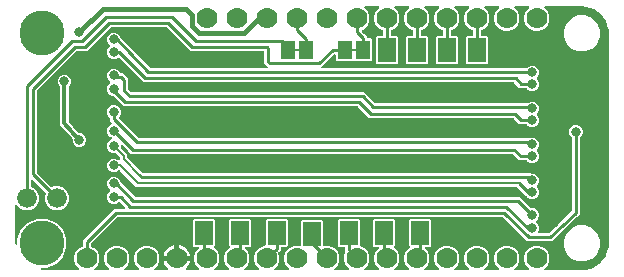
<source format=gbr>
G04 EAGLE Gerber RS-274X export*
G75*
%MOMM*%
%FSLAX34Y34*%
%LPD*%
%INBottom Copper*%
%IPPOS*%
%AMOC8*
5,1,8,0,0,1.08239X$1,22.5*%
G01*
%ADD10C,3.810000*%
%ADD11C,1.778000*%
%ADD12C,1.676400*%
%ADD13R,1.168400X1.600200*%
%ADD14R,0.635000X0.203200*%
%ADD15R,1.500000X2.000000*%
%ADD16C,0.800100*%
%ADD17C,0.254000*%
%ADD18C,0.406400*%
%ADD19C,0.906400*%
%ADD20C,0.304800*%
%ADD21C,0.203200*%

G36*
X56149Y2545D02*
X56149Y2545D01*
X56179Y2542D01*
X56290Y2565D01*
X56402Y2581D01*
X56429Y2593D01*
X56457Y2598D01*
X56558Y2651D01*
X56661Y2697D01*
X56684Y2716D01*
X56710Y2729D01*
X56792Y2807D01*
X56878Y2880D01*
X56895Y2905D01*
X56916Y2925D01*
X56973Y3023D01*
X57036Y3117D01*
X57045Y3145D01*
X57060Y3170D01*
X57087Y3280D01*
X57122Y3388D01*
X57122Y3418D01*
X57130Y3446D01*
X57126Y3559D01*
X57129Y3672D01*
X57122Y3701D01*
X57121Y3730D01*
X57086Y3838D01*
X57057Y3947D01*
X57042Y3973D01*
X57033Y4001D01*
X56988Y4064D01*
X56912Y4192D01*
X56866Y4235D01*
X56838Y4274D01*
X54455Y6657D01*
X52831Y10578D01*
X52831Y14822D01*
X54456Y18743D01*
X57457Y21744D01*
X59571Y22620D01*
X59572Y22621D01*
X59573Y22621D01*
X59688Y22690D01*
X59815Y22765D01*
X59816Y22766D01*
X59818Y22767D01*
X59915Y22871D01*
X60011Y22971D01*
X60011Y22973D01*
X60012Y22974D01*
X60077Y23100D01*
X60141Y23224D01*
X60141Y23226D01*
X60142Y23227D01*
X60144Y23242D01*
X60196Y23503D01*
X60193Y23533D01*
X60197Y23558D01*
X60197Y28038D01*
X86897Y54738D01*
X94985Y54738D01*
X95015Y54742D01*
X95044Y54739D01*
X95155Y54762D01*
X95267Y54778D01*
X95294Y54790D01*
X95322Y54795D01*
X95423Y54847D01*
X95526Y54894D01*
X95549Y54913D01*
X95575Y54926D01*
X95657Y55004D01*
X95743Y55077D01*
X95760Y55102D01*
X95781Y55122D01*
X95838Y55220D01*
X95901Y55314D01*
X95910Y55342D01*
X95925Y55367D01*
X95953Y55477D01*
X95987Y55585D01*
X95988Y55615D01*
X95995Y55643D01*
X95991Y55756D01*
X95994Y55869D01*
X95987Y55898D01*
X95986Y55927D01*
X95951Y56035D01*
X95922Y56144D01*
X95907Y56170D01*
X95898Y56198D01*
X95853Y56261D01*
X95777Y56389D01*
X95731Y56432D01*
X95703Y56471D01*
X91687Y60488D01*
X91640Y60523D01*
X91600Y60565D01*
X91527Y60608D01*
X91459Y60659D01*
X91405Y60679D01*
X91354Y60709D01*
X91272Y60730D01*
X91194Y60760D01*
X91135Y60765D01*
X91079Y60779D01*
X90994Y60776D01*
X90910Y60783D01*
X90853Y60772D01*
X90795Y60770D01*
X90714Y60744D01*
X90632Y60728D01*
X90580Y60701D01*
X90524Y60683D01*
X90468Y60642D01*
X90379Y60597D01*
X90307Y60528D01*
X90251Y60488D01*
X89634Y59871D01*
X87510Y58991D01*
X85210Y58991D01*
X83086Y59871D01*
X81461Y61496D01*
X80581Y63620D01*
X80581Y65920D01*
X81461Y68044D01*
X83184Y69767D01*
X83219Y69814D01*
X83262Y69854D01*
X83304Y69927D01*
X83355Y69994D01*
X83376Y70049D01*
X83405Y70099D01*
X83426Y70181D01*
X83456Y70260D01*
X83461Y70318D01*
X83475Y70375D01*
X83473Y70459D01*
X83480Y70543D01*
X83468Y70601D01*
X83466Y70659D01*
X83440Y70739D01*
X83424Y70822D01*
X83397Y70874D01*
X83379Y70930D01*
X83339Y70986D01*
X83293Y71074D01*
X83224Y71147D01*
X83184Y71203D01*
X81461Y72926D01*
X80581Y75050D01*
X80581Y77350D01*
X81461Y79474D01*
X83086Y81099D01*
X85210Y81979D01*
X87510Y81979D01*
X89634Y81099D01*
X91259Y79474D01*
X91863Y78018D01*
X91878Y77991D01*
X91888Y77961D01*
X91933Y77897D01*
X92007Y77773D01*
X92054Y77728D01*
X92083Y77688D01*
X92203Y77568D01*
X92203Y77354D01*
X92215Y77267D01*
X92218Y77180D01*
X92235Y77127D01*
X92243Y77072D01*
X92278Y76992D01*
X92305Y76909D01*
X92333Y76870D01*
X92359Y76813D01*
X92455Y76699D01*
X92500Y76636D01*
X103941Y65195D01*
X104010Y65143D01*
X104074Y65083D01*
X104124Y65057D01*
X104168Y65024D01*
X104250Y64993D01*
X104328Y64953D01*
X104375Y64945D01*
X104434Y64923D01*
X104581Y64911D01*
X104659Y64898D01*
X429993Y64898D01*
X439284Y55607D01*
X439354Y55554D01*
X439418Y55494D01*
X439467Y55469D01*
X439511Y55436D01*
X439593Y55405D01*
X439671Y55365D01*
X439719Y55357D01*
X439777Y55334D01*
X439925Y55322D01*
X440002Y55309D01*
X441840Y55309D01*
X443964Y54429D01*
X445589Y52804D01*
X446469Y50680D01*
X446469Y48380D01*
X445589Y46256D01*
X443866Y44533D01*
X443831Y44486D01*
X443788Y44446D01*
X443746Y44373D01*
X443695Y44306D01*
X443674Y44251D01*
X443645Y44201D01*
X443624Y44119D01*
X443594Y44040D01*
X443589Y43982D01*
X443575Y43925D01*
X443577Y43841D01*
X443570Y43757D01*
X443582Y43699D01*
X443584Y43641D01*
X443610Y43561D01*
X443626Y43478D01*
X443653Y43426D01*
X443671Y43370D01*
X443711Y43314D01*
X443757Y43226D01*
X443826Y43153D01*
X443866Y43097D01*
X445589Y41374D01*
X446469Y39250D01*
X446469Y36950D01*
X445739Y35187D01*
X445710Y35075D01*
X445675Y34966D01*
X445675Y34938D01*
X445668Y34911D01*
X445671Y34797D01*
X445668Y34682D01*
X445675Y34655D01*
X445676Y34627D01*
X445711Y34518D01*
X445740Y34407D01*
X445754Y34383D01*
X445762Y34356D01*
X445826Y34261D01*
X445885Y34162D01*
X445905Y34143D01*
X445921Y34120D01*
X446008Y34046D01*
X446092Y33968D01*
X446117Y33955D01*
X446138Y33937D01*
X446243Y33891D01*
X446345Y33838D01*
X446370Y33834D01*
X446398Y33822D01*
X446662Y33785D01*
X446677Y33783D01*
X454179Y33783D01*
X454258Y33794D01*
X454338Y33795D01*
X454398Y33814D01*
X454461Y33823D01*
X454533Y33855D01*
X454610Y33879D01*
X454655Y33909D01*
X454720Y33939D01*
X454822Y34025D01*
X454886Y34069D01*
X473909Y52533D01*
X473967Y52608D01*
X474032Y52677D01*
X474054Y52720D01*
X474083Y52758D01*
X474119Y52846D01*
X474162Y52930D01*
X474169Y52972D01*
X474189Y53022D01*
X474198Y53119D01*
X474203Y53135D01*
X474205Y53185D01*
X474205Y53187D01*
X474217Y53261D01*
X474217Y114469D01*
X474205Y114556D01*
X474202Y114643D01*
X474185Y114696D01*
X474177Y114751D01*
X474142Y114830D01*
X474115Y114914D01*
X474087Y114953D01*
X474061Y115010D01*
X473965Y115123D01*
X473920Y115187D01*
X472621Y116486D01*
X471741Y118610D01*
X471741Y120910D01*
X472621Y123034D01*
X474246Y124659D01*
X476370Y125539D01*
X478670Y125539D01*
X480794Y124659D01*
X482419Y123034D01*
X483299Y120910D01*
X483299Y118610D01*
X482419Y116486D01*
X481120Y115187D01*
X481068Y115117D01*
X481008Y115053D01*
X480982Y115004D01*
X480949Y114960D01*
X480918Y114878D01*
X480878Y114800D01*
X480870Y114753D01*
X480848Y114694D01*
X480836Y114546D01*
X480823Y114469D01*
X480823Y53186D01*
X480834Y53107D01*
X480835Y53027D01*
X480846Y52991D01*
X480823Y51418D01*
X480824Y51410D01*
X480823Y51403D01*
X480823Y50038D01*
X479844Y49088D01*
X479838Y49081D01*
X479833Y49077D01*
X478734Y47978D01*
X478730Y47976D01*
X478628Y47890D01*
X478564Y47846D01*
X458253Y28132D01*
X458248Y28125D01*
X458242Y28121D01*
X457278Y27157D01*
X455913Y27177D01*
X455905Y27176D01*
X455898Y27177D01*
X436147Y27177D01*
X415489Y47835D01*
X415420Y47887D01*
X415356Y47947D01*
X415306Y47973D01*
X415262Y48006D01*
X415180Y48037D01*
X415102Y48077D01*
X415055Y48085D01*
X414996Y48107D01*
X414849Y48119D01*
X414771Y48132D01*
X90054Y48132D01*
X89967Y48120D01*
X89880Y48117D01*
X89827Y48100D01*
X89772Y48092D01*
X89692Y48057D01*
X89609Y48030D01*
X89570Y48002D01*
X89513Y47976D01*
X89399Y47880D01*
X89336Y47835D01*
X67100Y25599D01*
X67072Y25562D01*
X67060Y25552D01*
X67040Y25521D01*
X66988Y25466D01*
X66962Y25416D01*
X66929Y25372D01*
X66914Y25333D01*
X66902Y25315D01*
X66889Y25273D01*
X66858Y25212D01*
X66850Y25165D01*
X66828Y25106D01*
X66825Y25070D01*
X66817Y25044D01*
X66814Y24950D01*
X66803Y24881D01*
X66803Y23558D01*
X66803Y23557D01*
X66803Y23555D01*
X66824Y23409D01*
X66843Y23277D01*
X66843Y23275D01*
X66843Y23274D01*
X66900Y23148D01*
X66959Y23017D01*
X66960Y23016D01*
X66961Y23015D01*
X67052Y22907D01*
X67142Y22800D01*
X67144Y22799D01*
X67145Y22798D01*
X67158Y22790D01*
X67379Y22643D01*
X67408Y22633D01*
X67429Y22620D01*
X69543Y21744D01*
X72544Y18743D01*
X74169Y14822D01*
X74169Y10578D01*
X72545Y6657D01*
X70162Y4274D01*
X70144Y4250D01*
X70122Y4231D01*
X70059Y4137D01*
X69991Y4047D01*
X69980Y4019D01*
X69964Y3995D01*
X69930Y3887D01*
X69890Y3781D01*
X69887Y3752D01*
X69878Y3724D01*
X69875Y3610D01*
X69866Y3498D01*
X69872Y3469D01*
X69871Y3440D01*
X69900Y3330D01*
X69922Y3219D01*
X69935Y3193D01*
X69943Y3165D01*
X70001Y3067D01*
X70053Y2967D01*
X70073Y2945D01*
X70088Y2920D01*
X70171Y2843D01*
X70249Y2761D01*
X70274Y2746D01*
X70295Y2726D01*
X70396Y2674D01*
X70494Y2617D01*
X70522Y2610D01*
X70549Y2596D01*
X70626Y2583D01*
X70769Y2547D01*
X70832Y2549D01*
X70880Y2541D01*
X81520Y2541D01*
X81549Y2545D01*
X81579Y2542D01*
X81690Y2565D01*
X81802Y2581D01*
X81829Y2593D01*
X81857Y2598D01*
X81958Y2651D01*
X82061Y2697D01*
X82084Y2716D01*
X82110Y2729D01*
X82192Y2807D01*
X82278Y2880D01*
X82295Y2905D01*
X82316Y2925D01*
X82373Y3023D01*
X82436Y3117D01*
X82445Y3145D01*
X82460Y3170D01*
X82487Y3280D01*
X82522Y3388D01*
X82522Y3418D01*
X82530Y3446D01*
X82526Y3559D01*
X82529Y3672D01*
X82522Y3701D01*
X82521Y3730D01*
X82486Y3838D01*
X82457Y3947D01*
X82442Y3973D01*
X82433Y4001D01*
X82388Y4064D01*
X82312Y4192D01*
X82266Y4235D01*
X82238Y4274D01*
X79855Y6657D01*
X78231Y10578D01*
X78231Y14822D01*
X79856Y18743D01*
X82857Y21744D01*
X86778Y23369D01*
X91022Y23369D01*
X94943Y21744D01*
X97944Y18743D01*
X99569Y14822D01*
X99569Y10578D01*
X97945Y6657D01*
X95562Y4274D01*
X95544Y4250D01*
X95522Y4231D01*
X95459Y4137D01*
X95391Y4047D01*
X95380Y4019D01*
X95364Y3995D01*
X95330Y3887D01*
X95290Y3781D01*
X95287Y3752D01*
X95278Y3724D01*
X95275Y3610D01*
X95266Y3498D01*
X95272Y3469D01*
X95271Y3440D01*
X95300Y3330D01*
X95322Y3219D01*
X95335Y3193D01*
X95343Y3165D01*
X95401Y3067D01*
X95453Y2967D01*
X95473Y2945D01*
X95488Y2920D01*
X95571Y2843D01*
X95649Y2761D01*
X95674Y2746D01*
X95695Y2726D01*
X95796Y2674D01*
X95894Y2617D01*
X95922Y2610D01*
X95949Y2596D01*
X96026Y2583D01*
X96169Y2547D01*
X96232Y2549D01*
X96280Y2541D01*
X106920Y2541D01*
X106949Y2545D01*
X106979Y2542D01*
X107090Y2565D01*
X107202Y2581D01*
X107229Y2593D01*
X107257Y2598D01*
X107358Y2651D01*
X107461Y2697D01*
X107484Y2716D01*
X107510Y2729D01*
X107592Y2807D01*
X107678Y2880D01*
X107695Y2905D01*
X107716Y2925D01*
X107773Y3023D01*
X107836Y3117D01*
X107845Y3145D01*
X107860Y3170D01*
X107887Y3280D01*
X107922Y3388D01*
X107922Y3418D01*
X107930Y3446D01*
X107926Y3559D01*
X107929Y3672D01*
X107922Y3701D01*
X107921Y3730D01*
X107886Y3838D01*
X107857Y3947D01*
X107842Y3973D01*
X107833Y4001D01*
X107788Y4064D01*
X107712Y4192D01*
X107666Y4235D01*
X107638Y4274D01*
X105255Y6657D01*
X103631Y10578D01*
X103631Y14822D01*
X105256Y18743D01*
X108257Y21744D01*
X112178Y23369D01*
X116422Y23369D01*
X120343Y21744D01*
X123344Y18743D01*
X124969Y14822D01*
X124969Y10578D01*
X123345Y6657D01*
X120962Y4274D01*
X120944Y4250D01*
X120922Y4231D01*
X120859Y4137D01*
X120791Y4047D01*
X120780Y4019D01*
X120764Y3995D01*
X120730Y3887D01*
X120690Y3781D01*
X120687Y3752D01*
X120678Y3724D01*
X120675Y3610D01*
X120666Y3498D01*
X120672Y3469D01*
X120671Y3440D01*
X120700Y3330D01*
X120722Y3219D01*
X120735Y3193D01*
X120743Y3165D01*
X120801Y3067D01*
X120853Y2967D01*
X120873Y2945D01*
X120888Y2920D01*
X120971Y2843D01*
X121049Y2761D01*
X121074Y2746D01*
X121095Y2726D01*
X121196Y2674D01*
X121294Y2617D01*
X121322Y2610D01*
X121349Y2596D01*
X121426Y2583D01*
X121569Y2547D01*
X121632Y2549D01*
X121680Y2541D01*
X131243Y2541D01*
X131272Y2545D01*
X131301Y2542D01*
X131412Y2565D01*
X131524Y2581D01*
X131551Y2593D01*
X131580Y2598D01*
X131680Y2651D01*
X131784Y2697D01*
X131806Y2716D01*
X131832Y2729D01*
X131914Y2807D01*
X132001Y2880D01*
X132017Y2905D01*
X132038Y2925D01*
X132095Y3023D01*
X132158Y3117D01*
X132167Y3145D01*
X132182Y3170D01*
X132210Y3280D01*
X132244Y3388D01*
X132245Y3418D01*
X132252Y3446D01*
X132248Y3559D01*
X132251Y3672D01*
X132244Y3701D01*
X132243Y3730D01*
X132208Y3838D01*
X132180Y3947D01*
X132165Y3973D01*
X132156Y4001D01*
X132110Y4065D01*
X132034Y4192D01*
X131989Y4235D01*
X131961Y4274D01*
X130981Y5253D01*
X129924Y6709D01*
X129107Y8312D01*
X128551Y10023D01*
X128448Y10669D01*
X138684Y10669D01*
X138742Y10677D01*
X138800Y10675D01*
X138882Y10697D01*
X138965Y10709D01*
X139019Y10733D01*
X139075Y10747D01*
X139148Y10790D01*
X139225Y10825D01*
X139269Y10863D01*
X139320Y10893D01*
X139377Y10954D01*
X139442Y11009D01*
X139474Y11057D01*
X139514Y11100D01*
X139553Y11175D01*
X139599Y11245D01*
X139617Y11301D01*
X139644Y11353D01*
X139655Y11421D01*
X139685Y11516D01*
X139688Y11616D01*
X139699Y11684D01*
X139699Y12701D01*
X139701Y12701D01*
X139701Y11684D01*
X139709Y11626D01*
X139708Y11568D01*
X139729Y11486D01*
X139741Y11403D01*
X139765Y11349D01*
X139779Y11293D01*
X139822Y11220D01*
X139857Y11143D01*
X139895Y11098D01*
X139925Y11048D01*
X139986Y10990D01*
X140041Y10926D01*
X140089Y10894D01*
X140132Y10854D01*
X140207Y10815D01*
X140277Y10769D01*
X140333Y10751D01*
X140385Y10724D01*
X140453Y10713D01*
X140548Y10683D01*
X140648Y10680D01*
X140716Y10669D01*
X150952Y10669D01*
X150849Y10023D01*
X150293Y8312D01*
X149476Y6709D01*
X148419Y5253D01*
X147439Y4274D01*
X147422Y4250D01*
X147399Y4231D01*
X147337Y4137D01*
X147268Y4047D01*
X147258Y4019D01*
X147242Y3995D01*
X147208Y3887D01*
X147167Y3781D01*
X147165Y3752D01*
X147156Y3724D01*
X147153Y3610D01*
X147144Y3498D01*
X147149Y3469D01*
X147149Y3440D01*
X147177Y3330D01*
X147200Y3219D01*
X147213Y3193D01*
X147220Y3165D01*
X147278Y3067D01*
X147331Y2967D01*
X147351Y2945D01*
X147366Y2920D01*
X147448Y2843D01*
X147526Y2761D01*
X147552Y2746D01*
X147573Y2726D01*
X147674Y2674D01*
X147772Y2617D01*
X147800Y2610D01*
X147826Y2596D01*
X147904Y2583D01*
X148047Y2547D01*
X148110Y2549D01*
X148157Y2541D01*
X157720Y2541D01*
X157749Y2545D01*
X157779Y2542D01*
X157890Y2565D01*
X158002Y2581D01*
X158029Y2593D01*
X158057Y2598D01*
X158158Y2651D01*
X158261Y2697D01*
X158284Y2716D01*
X158310Y2729D01*
X158392Y2807D01*
X158478Y2880D01*
X158495Y2905D01*
X158516Y2925D01*
X158573Y3023D01*
X158636Y3117D01*
X158645Y3145D01*
X158660Y3170D01*
X158687Y3280D01*
X158722Y3388D01*
X158722Y3418D01*
X158730Y3446D01*
X158726Y3559D01*
X158729Y3672D01*
X158722Y3701D01*
X158721Y3730D01*
X158686Y3838D01*
X158657Y3947D01*
X158642Y3973D01*
X158633Y4001D01*
X158588Y4064D01*
X158512Y4192D01*
X158466Y4235D01*
X158438Y4274D01*
X156055Y6657D01*
X154431Y10578D01*
X154431Y14822D01*
X156055Y18743D01*
X158090Y20778D01*
X158108Y20802D01*
X158130Y20821D01*
X158193Y20915D01*
X158261Y21005D01*
X158272Y21033D01*
X158288Y21057D01*
X158322Y21165D01*
X158362Y21271D01*
X158365Y21300D01*
X158374Y21328D01*
X158377Y21442D01*
X158386Y21554D01*
X158380Y21583D01*
X158381Y21612D01*
X158352Y21722D01*
X158330Y21833D01*
X158317Y21859D01*
X158309Y21887D01*
X158251Y21985D01*
X158199Y22085D01*
X158179Y22107D01*
X158164Y22132D01*
X158081Y22209D01*
X158003Y22291D01*
X157978Y22306D01*
X157957Y22326D01*
X157856Y22378D01*
X157758Y22435D01*
X157730Y22442D01*
X157703Y22456D01*
X157626Y22469D01*
X157483Y22505D01*
X157420Y22503D01*
X157372Y22511D01*
X154323Y22511D01*
X153281Y23553D01*
X153281Y45027D01*
X154323Y46069D01*
X170797Y46069D01*
X171839Y45027D01*
X171839Y23553D01*
X171305Y23019D01*
X171269Y22972D01*
X171227Y22932D01*
X171184Y22859D01*
X171134Y22792D01*
X171113Y22737D01*
X171083Y22687D01*
X171063Y22605D01*
X171032Y22526D01*
X171028Y22468D01*
X171013Y22411D01*
X171016Y22327D01*
X171009Y22243D01*
X171020Y22186D01*
X171022Y22127D01*
X171048Y22047D01*
X171065Y21964D01*
X171092Y21912D01*
X171110Y21857D01*
X171150Y21800D01*
X171196Y21712D01*
X171265Y21639D01*
X171305Y21583D01*
X174145Y18743D01*
X175769Y14822D01*
X175769Y10578D01*
X174145Y6657D01*
X171762Y4274D01*
X171744Y4250D01*
X171722Y4231D01*
X171659Y4137D01*
X171591Y4047D01*
X171580Y4019D01*
X171564Y3995D01*
X171530Y3887D01*
X171490Y3781D01*
X171487Y3752D01*
X171478Y3724D01*
X171475Y3610D01*
X171466Y3498D01*
X171472Y3469D01*
X171471Y3440D01*
X171500Y3330D01*
X171522Y3219D01*
X171535Y3193D01*
X171543Y3165D01*
X171601Y3067D01*
X171653Y2967D01*
X171673Y2945D01*
X171688Y2920D01*
X171771Y2843D01*
X171849Y2761D01*
X171874Y2746D01*
X171895Y2726D01*
X171996Y2674D01*
X172094Y2617D01*
X172122Y2610D01*
X172149Y2596D01*
X172226Y2583D01*
X172369Y2547D01*
X172432Y2549D01*
X172480Y2541D01*
X183120Y2541D01*
X183149Y2545D01*
X183179Y2542D01*
X183290Y2565D01*
X183402Y2581D01*
X183429Y2593D01*
X183457Y2598D01*
X183558Y2651D01*
X183661Y2697D01*
X183684Y2716D01*
X183710Y2729D01*
X183792Y2807D01*
X183878Y2880D01*
X183895Y2905D01*
X183916Y2925D01*
X183973Y3023D01*
X184036Y3117D01*
X184045Y3145D01*
X184060Y3170D01*
X184087Y3280D01*
X184122Y3388D01*
X184122Y3418D01*
X184130Y3446D01*
X184126Y3559D01*
X184129Y3672D01*
X184122Y3701D01*
X184121Y3730D01*
X184086Y3838D01*
X184057Y3947D01*
X184042Y3973D01*
X184033Y4001D01*
X183988Y4064D01*
X183912Y4192D01*
X183866Y4235D01*
X183838Y4274D01*
X181455Y6657D01*
X179831Y10578D01*
X179831Y14822D01*
X181455Y18743D01*
X184295Y21583D01*
X184331Y21630D01*
X184373Y21670D01*
X184416Y21743D01*
X184466Y21810D01*
X184487Y21865D01*
X184517Y21916D01*
X184538Y21997D01*
X184568Y22076D01*
X184572Y22134D01*
X184587Y22191D01*
X184584Y22275D01*
X184591Y22359D01*
X184580Y22417D01*
X184578Y22475D01*
X184552Y22556D01*
X184535Y22638D01*
X184508Y22690D01*
X184490Y22746D01*
X184450Y22802D01*
X184404Y22890D01*
X184336Y22963D01*
X184295Y23019D01*
X183761Y23553D01*
X183761Y45027D01*
X184803Y46069D01*
X201277Y46069D01*
X202319Y45027D01*
X202319Y23553D01*
X201277Y22511D01*
X198228Y22511D01*
X198199Y22507D01*
X198169Y22510D01*
X198058Y22487D01*
X197946Y22471D01*
X197919Y22459D01*
X197891Y22454D01*
X197790Y22401D01*
X197687Y22355D01*
X197664Y22336D01*
X197638Y22323D01*
X197556Y22245D01*
X197470Y22172D01*
X197453Y22147D01*
X197432Y22127D01*
X197375Y22029D01*
X197312Y21935D01*
X197303Y21907D01*
X197288Y21882D01*
X197261Y21772D01*
X197226Y21664D01*
X197226Y21634D01*
X197218Y21606D01*
X197222Y21493D01*
X197219Y21380D01*
X197226Y21351D01*
X197227Y21322D01*
X197262Y21214D01*
X197291Y21105D01*
X197306Y21079D01*
X197315Y21051D01*
X197360Y20988D01*
X197436Y20860D01*
X197482Y20817D01*
X197510Y20778D01*
X199545Y18743D01*
X201169Y14822D01*
X201169Y10578D01*
X199545Y6657D01*
X197162Y4274D01*
X197144Y4250D01*
X197122Y4231D01*
X197059Y4137D01*
X196991Y4047D01*
X196980Y4019D01*
X196964Y3995D01*
X196930Y3887D01*
X196890Y3781D01*
X196887Y3752D01*
X196878Y3724D01*
X196875Y3610D01*
X196866Y3498D01*
X196872Y3469D01*
X196871Y3440D01*
X196900Y3330D01*
X196922Y3219D01*
X196935Y3193D01*
X196943Y3165D01*
X197001Y3067D01*
X197053Y2967D01*
X197073Y2945D01*
X197088Y2920D01*
X197171Y2843D01*
X197249Y2761D01*
X197274Y2746D01*
X197295Y2726D01*
X197396Y2674D01*
X197494Y2617D01*
X197522Y2610D01*
X197549Y2596D01*
X197626Y2583D01*
X197769Y2547D01*
X197832Y2549D01*
X197880Y2541D01*
X208520Y2541D01*
X208549Y2545D01*
X208579Y2542D01*
X208690Y2565D01*
X208802Y2581D01*
X208829Y2593D01*
X208857Y2598D01*
X208958Y2651D01*
X209061Y2697D01*
X209084Y2716D01*
X209110Y2729D01*
X209192Y2807D01*
X209278Y2880D01*
X209295Y2905D01*
X209316Y2925D01*
X209373Y3023D01*
X209436Y3117D01*
X209445Y3145D01*
X209460Y3170D01*
X209487Y3280D01*
X209522Y3388D01*
X209522Y3418D01*
X209530Y3446D01*
X209526Y3559D01*
X209529Y3672D01*
X209522Y3701D01*
X209521Y3730D01*
X209486Y3838D01*
X209457Y3947D01*
X209442Y3973D01*
X209433Y4001D01*
X209388Y4064D01*
X209312Y4192D01*
X209266Y4235D01*
X209238Y4274D01*
X206855Y6657D01*
X205231Y10578D01*
X205231Y14822D01*
X206856Y18743D01*
X209857Y21744D01*
X213778Y23369D01*
X213861Y23369D01*
X213919Y23377D01*
X213977Y23375D01*
X214059Y23397D01*
X214143Y23409D01*
X214196Y23432D01*
X214252Y23447D01*
X214325Y23490D01*
X214402Y23525D01*
X214447Y23563D01*
X214497Y23592D01*
X214555Y23654D01*
X214619Y23708D01*
X214651Y23757D01*
X214691Y23800D01*
X214730Y23875D01*
X214777Y23945D01*
X214794Y24001D01*
X214821Y24053D01*
X214832Y24121D01*
X214862Y24216D01*
X214865Y24316D01*
X214876Y24384D01*
X214876Y45027D01*
X215918Y46069D01*
X232392Y46069D01*
X233434Y45027D01*
X233434Y23553D01*
X232392Y22511D01*
X228473Y22511D01*
X228415Y22503D01*
X228357Y22505D01*
X228275Y22483D01*
X228191Y22471D01*
X228138Y22448D01*
X228082Y22433D01*
X228009Y22390D01*
X227932Y22355D01*
X227887Y22317D01*
X227837Y22288D01*
X227779Y22226D01*
X227715Y22172D01*
X227683Y22123D01*
X227643Y22080D01*
X227604Y22005D01*
X227557Y21935D01*
X227540Y21879D01*
X227513Y21827D01*
X227502Y21759D01*
X227472Y21664D01*
X227469Y21564D01*
X227458Y21496D01*
X227458Y19587D01*
X225913Y18042D01*
X225912Y18041D01*
X225911Y18040D01*
X225825Y17926D01*
X225742Y17815D01*
X225742Y17814D01*
X225741Y17812D01*
X225692Y17682D01*
X225641Y17550D01*
X225641Y17548D01*
X225640Y17547D01*
X225629Y17408D01*
X225618Y17266D01*
X225618Y17265D01*
X225618Y17263D01*
X225621Y17248D01*
X225673Y16988D01*
X225687Y16960D01*
X225693Y16936D01*
X226569Y14822D01*
X226569Y10578D01*
X224945Y6657D01*
X222562Y4274D01*
X222544Y4250D01*
X222522Y4231D01*
X222459Y4137D01*
X222391Y4047D01*
X222380Y4019D01*
X222364Y3995D01*
X222330Y3887D01*
X222290Y3781D01*
X222287Y3752D01*
X222278Y3724D01*
X222275Y3610D01*
X222266Y3498D01*
X222272Y3469D01*
X222271Y3440D01*
X222300Y3330D01*
X222322Y3219D01*
X222335Y3193D01*
X222343Y3165D01*
X222401Y3067D01*
X222453Y2967D01*
X222473Y2945D01*
X222488Y2920D01*
X222571Y2843D01*
X222649Y2761D01*
X222674Y2746D01*
X222695Y2726D01*
X222796Y2674D01*
X222894Y2617D01*
X222922Y2610D01*
X222949Y2596D01*
X223026Y2583D01*
X223169Y2547D01*
X223232Y2549D01*
X223280Y2541D01*
X233920Y2541D01*
X233949Y2545D01*
X233979Y2542D01*
X234090Y2565D01*
X234202Y2581D01*
X234229Y2593D01*
X234257Y2598D01*
X234358Y2651D01*
X234461Y2697D01*
X234484Y2716D01*
X234510Y2729D01*
X234592Y2807D01*
X234678Y2880D01*
X234695Y2905D01*
X234716Y2925D01*
X234773Y3023D01*
X234836Y3117D01*
X234845Y3145D01*
X234860Y3170D01*
X234887Y3280D01*
X234922Y3388D01*
X234922Y3418D01*
X234930Y3446D01*
X234926Y3559D01*
X234929Y3672D01*
X234922Y3701D01*
X234921Y3730D01*
X234886Y3838D01*
X234857Y3947D01*
X234842Y3973D01*
X234833Y4001D01*
X234788Y4064D01*
X234712Y4192D01*
X234666Y4235D01*
X234638Y4274D01*
X232255Y6657D01*
X230631Y10578D01*
X230631Y14822D01*
X232256Y18743D01*
X235257Y21744D01*
X239178Y23369D01*
X243475Y23369D01*
X243538Y23349D01*
X243566Y23348D01*
X243593Y23341D01*
X243708Y23344D01*
X243822Y23341D01*
X243849Y23348D01*
X243877Y23349D01*
X243987Y23384D01*
X244097Y23413D01*
X244121Y23427D01*
X244148Y23436D01*
X244243Y23500D01*
X244342Y23559D01*
X244361Y23579D01*
X244384Y23594D01*
X244458Y23682D01*
X244536Y23766D01*
X244549Y23790D01*
X244567Y23812D01*
X244614Y23917D01*
X244666Y24019D01*
X244670Y24044D01*
X244682Y24071D01*
X244719Y24336D01*
X244721Y24350D01*
X244721Y44392D01*
X245763Y45434D01*
X262237Y45434D01*
X263279Y44392D01*
X263279Y24350D01*
X263295Y24236D01*
X263305Y24122D01*
X263315Y24096D01*
X263319Y24069D01*
X263365Y23964D01*
X263407Y23856D01*
X263424Y23834D01*
X263435Y23809D01*
X263509Y23722D01*
X263578Y23630D01*
X263601Y23613D01*
X263618Y23592D01*
X263714Y23528D01*
X263806Y23460D01*
X263832Y23450D01*
X263855Y23435D01*
X263965Y23400D01*
X264072Y23359D01*
X264100Y23357D01*
X264126Y23349D01*
X264241Y23346D01*
X264356Y23337D01*
X264380Y23342D01*
X264410Y23341D01*
X264515Y23369D01*
X268822Y23369D01*
X272743Y21744D01*
X275744Y18743D01*
X277369Y14822D01*
X277369Y10578D01*
X275745Y6657D01*
X273362Y4274D01*
X273344Y4250D01*
X273322Y4231D01*
X273259Y4137D01*
X273191Y4047D01*
X273180Y4019D01*
X273164Y3995D01*
X273130Y3887D01*
X273090Y3781D01*
X273087Y3752D01*
X273078Y3724D01*
X273075Y3610D01*
X273066Y3498D01*
X273072Y3469D01*
X273071Y3440D01*
X273100Y3330D01*
X273122Y3219D01*
X273135Y3193D01*
X273143Y3165D01*
X273201Y3067D01*
X273253Y2967D01*
X273273Y2945D01*
X273288Y2920D01*
X273371Y2843D01*
X273449Y2761D01*
X273474Y2746D01*
X273495Y2726D01*
X273596Y2674D01*
X273694Y2617D01*
X273722Y2610D01*
X273749Y2596D01*
X273826Y2583D01*
X273969Y2547D01*
X274032Y2549D01*
X274080Y2541D01*
X284720Y2541D01*
X284749Y2545D01*
X284779Y2542D01*
X284890Y2565D01*
X285002Y2581D01*
X285029Y2593D01*
X285057Y2598D01*
X285158Y2651D01*
X285261Y2697D01*
X285284Y2716D01*
X285310Y2729D01*
X285392Y2807D01*
X285478Y2880D01*
X285495Y2905D01*
X285516Y2925D01*
X285573Y3023D01*
X285636Y3117D01*
X285645Y3145D01*
X285660Y3170D01*
X285687Y3280D01*
X285722Y3388D01*
X285722Y3418D01*
X285730Y3446D01*
X285726Y3559D01*
X285729Y3672D01*
X285722Y3701D01*
X285721Y3730D01*
X285686Y3838D01*
X285657Y3947D01*
X285642Y3973D01*
X285633Y4001D01*
X285588Y4064D01*
X285512Y4192D01*
X285466Y4235D01*
X285438Y4274D01*
X283055Y6657D01*
X281431Y10578D01*
X281431Y14822D01*
X282307Y16936D01*
X282307Y16938D01*
X282308Y16939D01*
X282343Y17074D01*
X282378Y17211D01*
X282378Y17213D01*
X282378Y17214D01*
X282374Y17356D01*
X282370Y17495D01*
X282369Y17497D01*
X282369Y17499D01*
X282325Y17636D01*
X282283Y17766D01*
X282282Y17768D01*
X282282Y17769D01*
X282272Y17782D01*
X282125Y18002D01*
X282101Y18022D01*
X282087Y18042D01*
X281812Y18317D01*
X281812Y21496D01*
X281804Y21554D01*
X281806Y21612D01*
X281784Y21694D01*
X281772Y21778D01*
X281749Y21831D01*
X281734Y21887D01*
X281691Y21960D01*
X281656Y22037D01*
X281618Y22082D01*
X281589Y22132D01*
X281527Y22190D01*
X281473Y22254D01*
X281424Y22286D01*
X281381Y22326D01*
X281306Y22365D01*
X281236Y22412D01*
X281180Y22429D01*
X281128Y22456D01*
X281060Y22467D01*
X280965Y22497D01*
X280865Y22500D01*
X280797Y22511D01*
X276878Y22511D01*
X275836Y23553D01*
X275836Y45027D01*
X276878Y46069D01*
X293352Y46069D01*
X294394Y45027D01*
X294394Y23976D01*
X294394Y23974D01*
X294394Y23973D01*
X294414Y23832D01*
X294434Y23695D01*
X294434Y23693D01*
X294434Y23692D01*
X294493Y23563D01*
X294550Y23435D01*
X294551Y23434D01*
X294552Y23432D01*
X294643Y23325D01*
X294733Y23218D01*
X294735Y23217D01*
X294736Y23216D01*
X294749Y23208D01*
X294970Y23061D01*
X294999Y23051D01*
X295020Y23038D01*
X298143Y21744D01*
X301144Y18743D01*
X302769Y14822D01*
X302769Y10578D01*
X301145Y6657D01*
X298762Y4274D01*
X298744Y4250D01*
X298722Y4231D01*
X298659Y4137D01*
X298591Y4047D01*
X298580Y4019D01*
X298564Y3995D01*
X298530Y3887D01*
X298490Y3781D01*
X298487Y3752D01*
X298478Y3724D01*
X298475Y3610D01*
X298466Y3498D01*
X298472Y3469D01*
X298471Y3440D01*
X298500Y3330D01*
X298522Y3219D01*
X298535Y3193D01*
X298543Y3165D01*
X298601Y3067D01*
X298653Y2967D01*
X298673Y2945D01*
X298688Y2920D01*
X298771Y2843D01*
X298849Y2761D01*
X298874Y2746D01*
X298895Y2726D01*
X298996Y2674D01*
X299094Y2617D01*
X299122Y2610D01*
X299149Y2596D01*
X299226Y2583D01*
X299369Y2547D01*
X299432Y2549D01*
X299480Y2541D01*
X310120Y2541D01*
X310149Y2545D01*
X310179Y2542D01*
X310290Y2565D01*
X310402Y2581D01*
X310429Y2593D01*
X310457Y2598D01*
X310558Y2651D01*
X310661Y2697D01*
X310684Y2716D01*
X310710Y2729D01*
X310792Y2807D01*
X310878Y2880D01*
X310895Y2905D01*
X310916Y2925D01*
X310973Y3023D01*
X311036Y3117D01*
X311045Y3145D01*
X311060Y3170D01*
X311087Y3280D01*
X311122Y3388D01*
X311122Y3418D01*
X311130Y3446D01*
X311126Y3559D01*
X311129Y3672D01*
X311122Y3701D01*
X311121Y3730D01*
X311086Y3838D01*
X311057Y3947D01*
X311042Y3973D01*
X311033Y4001D01*
X310988Y4064D01*
X310912Y4192D01*
X310866Y4235D01*
X310838Y4274D01*
X308455Y6657D01*
X306831Y10578D01*
X306831Y14822D01*
X308455Y18743D01*
X310490Y20778D01*
X310508Y20802D01*
X310530Y20821D01*
X310593Y20915D01*
X310661Y21005D01*
X310672Y21033D01*
X310688Y21057D01*
X310722Y21165D01*
X310762Y21271D01*
X310765Y21300D01*
X310774Y21328D01*
X310777Y21442D01*
X310786Y21554D01*
X310780Y21583D01*
X310781Y21612D01*
X310752Y21722D01*
X310730Y21833D01*
X310717Y21859D01*
X310709Y21887D01*
X310651Y21985D01*
X310599Y22085D01*
X310579Y22107D01*
X310564Y22132D01*
X310481Y22209D01*
X310403Y22291D01*
X310378Y22306D01*
X310357Y22326D01*
X310256Y22378D01*
X310158Y22435D01*
X310130Y22442D01*
X310103Y22456D01*
X310026Y22469D01*
X309883Y22505D01*
X309820Y22503D01*
X309772Y22511D01*
X306723Y22511D01*
X305681Y23553D01*
X305681Y45027D01*
X306723Y46069D01*
X323197Y46069D01*
X324239Y45027D01*
X324239Y23553D01*
X323705Y23019D01*
X323669Y22972D01*
X323627Y22932D01*
X323584Y22859D01*
X323534Y22792D01*
X323513Y22737D01*
X323483Y22687D01*
X323463Y22605D01*
X323432Y22526D01*
X323428Y22468D01*
X323413Y22411D01*
X323416Y22327D01*
X323409Y22243D01*
X323420Y22186D01*
X323422Y22127D01*
X323448Y22047D01*
X323465Y21964D01*
X323492Y21912D01*
X323510Y21857D01*
X323550Y21800D01*
X323596Y21712D01*
X323665Y21639D01*
X323705Y21583D01*
X326545Y18743D01*
X328169Y14822D01*
X328169Y10578D01*
X326545Y6657D01*
X324162Y4274D01*
X324144Y4250D01*
X324122Y4231D01*
X324059Y4137D01*
X323991Y4047D01*
X323980Y4019D01*
X323964Y3995D01*
X323930Y3887D01*
X323890Y3781D01*
X323887Y3752D01*
X323878Y3724D01*
X323875Y3610D01*
X323866Y3498D01*
X323872Y3469D01*
X323871Y3440D01*
X323900Y3330D01*
X323922Y3219D01*
X323935Y3193D01*
X323943Y3165D01*
X324001Y3067D01*
X324053Y2967D01*
X324073Y2945D01*
X324088Y2920D01*
X324171Y2843D01*
X324249Y2761D01*
X324274Y2746D01*
X324295Y2726D01*
X324396Y2674D01*
X324494Y2617D01*
X324522Y2610D01*
X324549Y2596D01*
X324626Y2583D01*
X324769Y2547D01*
X324832Y2549D01*
X324880Y2541D01*
X335520Y2541D01*
X335549Y2545D01*
X335579Y2542D01*
X335690Y2565D01*
X335802Y2581D01*
X335829Y2593D01*
X335857Y2598D01*
X335958Y2651D01*
X336061Y2697D01*
X336084Y2716D01*
X336110Y2729D01*
X336192Y2807D01*
X336278Y2880D01*
X336295Y2905D01*
X336316Y2925D01*
X336373Y3023D01*
X336436Y3117D01*
X336445Y3145D01*
X336460Y3170D01*
X336487Y3280D01*
X336522Y3388D01*
X336522Y3418D01*
X336530Y3446D01*
X336526Y3559D01*
X336529Y3672D01*
X336522Y3701D01*
X336521Y3730D01*
X336486Y3838D01*
X336457Y3947D01*
X336442Y3973D01*
X336433Y4001D01*
X336388Y4064D01*
X336312Y4192D01*
X336266Y4235D01*
X336238Y4274D01*
X333855Y6657D01*
X332231Y10578D01*
X332231Y14822D01*
X333855Y18743D01*
X336695Y21583D01*
X336731Y21630D01*
X336773Y21670D01*
X336816Y21743D01*
X336866Y21810D01*
X336887Y21865D01*
X336917Y21916D01*
X336938Y21997D01*
X336968Y22076D01*
X336972Y22134D01*
X336987Y22191D01*
X336984Y22275D01*
X336991Y22359D01*
X336980Y22417D01*
X336978Y22475D01*
X336952Y22556D01*
X336935Y22638D01*
X336908Y22690D01*
X336890Y22746D01*
X336850Y22802D01*
X336804Y22890D01*
X336736Y22963D01*
X336695Y23019D01*
X336161Y23553D01*
X336161Y45027D01*
X337203Y46069D01*
X353677Y46069D01*
X354719Y45027D01*
X354719Y23553D01*
X353677Y22511D01*
X350628Y22511D01*
X350599Y22507D01*
X350569Y22510D01*
X350458Y22487D01*
X350346Y22471D01*
X350319Y22459D01*
X350291Y22454D01*
X350190Y22401D01*
X350087Y22355D01*
X350064Y22336D01*
X350038Y22323D01*
X349956Y22245D01*
X349870Y22172D01*
X349853Y22147D01*
X349832Y22127D01*
X349775Y22029D01*
X349712Y21935D01*
X349703Y21907D01*
X349688Y21882D01*
X349661Y21772D01*
X349626Y21664D01*
X349626Y21634D01*
X349618Y21606D01*
X349622Y21493D01*
X349619Y21380D01*
X349626Y21351D01*
X349627Y21322D01*
X349662Y21214D01*
X349691Y21105D01*
X349706Y21079D01*
X349715Y21051D01*
X349760Y20988D01*
X349836Y20860D01*
X349882Y20817D01*
X349910Y20778D01*
X351945Y18743D01*
X353569Y14822D01*
X353569Y10578D01*
X351945Y6657D01*
X349562Y4274D01*
X349544Y4250D01*
X349522Y4231D01*
X349459Y4137D01*
X349391Y4047D01*
X349380Y4019D01*
X349364Y3995D01*
X349330Y3887D01*
X349290Y3781D01*
X349287Y3752D01*
X349278Y3724D01*
X349275Y3610D01*
X349266Y3498D01*
X349272Y3469D01*
X349271Y3440D01*
X349300Y3330D01*
X349322Y3219D01*
X349335Y3193D01*
X349343Y3165D01*
X349401Y3067D01*
X349453Y2967D01*
X349473Y2945D01*
X349488Y2920D01*
X349571Y2843D01*
X349649Y2761D01*
X349674Y2746D01*
X349695Y2726D01*
X349796Y2674D01*
X349894Y2617D01*
X349922Y2610D01*
X349949Y2596D01*
X350026Y2583D01*
X350169Y2547D01*
X350232Y2549D01*
X350280Y2541D01*
X360920Y2541D01*
X360949Y2545D01*
X360979Y2542D01*
X361090Y2565D01*
X361202Y2581D01*
X361229Y2593D01*
X361257Y2598D01*
X361358Y2651D01*
X361461Y2697D01*
X361484Y2716D01*
X361510Y2729D01*
X361592Y2807D01*
X361678Y2880D01*
X361695Y2905D01*
X361716Y2925D01*
X361773Y3023D01*
X361836Y3117D01*
X361845Y3145D01*
X361860Y3170D01*
X361887Y3280D01*
X361922Y3388D01*
X361922Y3418D01*
X361930Y3446D01*
X361926Y3559D01*
X361929Y3672D01*
X361922Y3701D01*
X361921Y3730D01*
X361886Y3838D01*
X361857Y3947D01*
X361842Y3973D01*
X361833Y4001D01*
X361788Y4064D01*
X361712Y4192D01*
X361666Y4235D01*
X361638Y4274D01*
X359255Y6657D01*
X357631Y10578D01*
X357631Y14822D01*
X359256Y18743D01*
X362257Y21744D01*
X366178Y23369D01*
X370422Y23369D01*
X374343Y21744D01*
X377344Y18743D01*
X378969Y14822D01*
X378969Y10578D01*
X377345Y6657D01*
X374962Y4274D01*
X374944Y4250D01*
X374922Y4231D01*
X374859Y4137D01*
X374791Y4047D01*
X374780Y4019D01*
X374764Y3995D01*
X374730Y3887D01*
X374690Y3781D01*
X374687Y3752D01*
X374678Y3724D01*
X374675Y3610D01*
X374666Y3498D01*
X374672Y3469D01*
X374671Y3440D01*
X374700Y3330D01*
X374722Y3219D01*
X374735Y3193D01*
X374743Y3165D01*
X374801Y3067D01*
X374853Y2967D01*
X374873Y2945D01*
X374888Y2920D01*
X374971Y2843D01*
X375049Y2761D01*
X375074Y2746D01*
X375095Y2726D01*
X375196Y2674D01*
X375294Y2617D01*
X375322Y2610D01*
X375349Y2596D01*
X375426Y2583D01*
X375569Y2547D01*
X375632Y2549D01*
X375680Y2541D01*
X386320Y2541D01*
X386349Y2545D01*
X386379Y2542D01*
X386490Y2565D01*
X386602Y2581D01*
X386629Y2593D01*
X386657Y2598D01*
X386758Y2651D01*
X386861Y2697D01*
X386884Y2716D01*
X386910Y2729D01*
X386992Y2807D01*
X387078Y2880D01*
X387095Y2905D01*
X387116Y2925D01*
X387173Y3023D01*
X387236Y3117D01*
X387245Y3145D01*
X387260Y3170D01*
X387287Y3280D01*
X387322Y3388D01*
X387322Y3418D01*
X387330Y3446D01*
X387326Y3559D01*
X387329Y3672D01*
X387322Y3701D01*
X387321Y3730D01*
X387286Y3838D01*
X387257Y3947D01*
X387242Y3973D01*
X387233Y4001D01*
X387188Y4064D01*
X387112Y4192D01*
X387066Y4235D01*
X387038Y4274D01*
X384655Y6657D01*
X383031Y10578D01*
X383031Y14822D01*
X384656Y18743D01*
X387657Y21744D01*
X391578Y23369D01*
X395822Y23369D01*
X399743Y21744D01*
X402744Y18743D01*
X404369Y14822D01*
X404369Y10578D01*
X402745Y6657D01*
X400362Y4274D01*
X400344Y4250D01*
X400322Y4231D01*
X400259Y4137D01*
X400191Y4047D01*
X400180Y4019D01*
X400164Y3995D01*
X400130Y3887D01*
X400090Y3781D01*
X400087Y3752D01*
X400078Y3724D01*
X400075Y3610D01*
X400066Y3498D01*
X400072Y3469D01*
X400071Y3440D01*
X400100Y3330D01*
X400122Y3219D01*
X400135Y3193D01*
X400143Y3165D01*
X400201Y3067D01*
X400253Y2967D01*
X400273Y2945D01*
X400288Y2920D01*
X400371Y2843D01*
X400449Y2761D01*
X400474Y2746D01*
X400495Y2726D01*
X400596Y2674D01*
X400694Y2617D01*
X400722Y2610D01*
X400749Y2596D01*
X400826Y2583D01*
X400969Y2547D01*
X401032Y2549D01*
X401080Y2541D01*
X411720Y2541D01*
X411749Y2545D01*
X411779Y2542D01*
X411890Y2565D01*
X412002Y2581D01*
X412029Y2593D01*
X412057Y2598D01*
X412158Y2651D01*
X412261Y2697D01*
X412284Y2716D01*
X412310Y2729D01*
X412392Y2807D01*
X412478Y2880D01*
X412495Y2905D01*
X412516Y2925D01*
X412573Y3023D01*
X412636Y3117D01*
X412645Y3145D01*
X412660Y3170D01*
X412687Y3280D01*
X412722Y3388D01*
X412722Y3418D01*
X412730Y3446D01*
X412726Y3559D01*
X412729Y3672D01*
X412722Y3701D01*
X412721Y3730D01*
X412686Y3838D01*
X412657Y3947D01*
X412642Y3973D01*
X412633Y4001D01*
X412588Y4064D01*
X412512Y4192D01*
X412466Y4235D01*
X412438Y4274D01*
X410055Y6657D01*
X408431Y10578D01*
X408431Y14822D01*
X410056Y18743D01*
X413057Y21744D01*
X416978Y23369D01*
X421222Y23369D01*
X425143Y21744D01*
X428144Y18743D01*
X429769Y14822D01*
X429769Y10578D01*
X428145Y6657D01*
X425762Y4274D01*
X425744Y4250D01*
X425722Y4231D01*
X425659Y4137D01*
X425591Y4047D01*
X425580Y4019D01*
X425564Y3995D01*
X425530Y3887D01*
X425490Y3781D01*
X425487Y3752D01*
X425478Y3724D01*
X425475Y3610D01*
X425466Y3498D01*
X425472Y3469D01*
X425471Y3440D01*
X425500Y3330D01*
X425522Y3219D01*
X425535Y3193D01*
X425543Y3165D01*
X425601Y3067D01*
X425653Y2967D01*
X425673Y2945D01*
X425688Y2920D01*
X425771Y2843D01*
X425849Y2761D01*
X425874Y2746D01*
X425895Y2726D01*
X425996Y2674D01*
X426094Y2617D01*
X426122Y2610D01*
X426149Y2596D01*
X426226Y2583D01*
X426369Y2547D01*
X426432Y2549D01*
X426480Y2541D01*
X437120Y2541D01*
X437149Y2545D01*
X437179Y2542D01*
X437290Y2565D01*
X437402Y2581D01*
X437429Y2593D01*
X437457Y2598D01*
X437558Y2651D01*
X437661Y2697D01*
X437684Y2716D01*
X437710Y2729D01*
X437792Y2807D01*
X437878Y2880D01*
X437895Y2905D01*
X437916Y2925D01*
X437973Y3023D01*
X438036Y3117D01*
X438045Y3145D01*
X438060Y3170D01*
X438087Y3280D01*
X438122Y3388D01*
X438122Y3418D01*
X438130Y3446D01*
X438126Y3559D01*
X438129Y3672D01*
X438122Y3701D01*
X438121Y3730D01*
X438086Y3838D01*
X438057Y3947D01*
X438042Y3973D01*
X438033Y4001D01*
X437988Y4064D01*
X437912Y4192D01*
X437866Y4235D01*
X437838Y4274D01*
X435455Y6657D01*
X433831Y10578D01*
X433831Y14822D01*
X435456Y18743D01*
X438457Y21744D01*
X442378Y23369D01*
X446622Y23369D01*
X450543Y21744D01*
X453544Y18743D01*
X455169Y14822D01*
X455169Y10578D01*
X453545Y6657D01*
X451162Y4274D01*
X451144Y4250D01*
X451122Y4231D01*
X451059Y4137D01*
X450991Y4047D01*
X450980Y4019D01*
X450964Y3995D01*
X450930Y3887D01*
X450890Y3781D01*
X450887Y3752D01*
X450878Y3724D01*
X450875Y3610D01*
X450866Y3498D01*
X450872Y3469D01*
X450871Y3440D01*
X450900Y3330D01*
X450922Y3219D01*
X450935Y3193D01*
X450943Y3165D01*
X451001Y3067D01*
X451053Y2967D01*
X451073Y2945D01*
X451088Y2920D01*
X451171Y2843D01*
X451249Y2761D01*
X451274Y2746D01*
X451295Y2726D01*
X451396Y2674D01*
X451494Y2617D01*
X451522Y2610D01*
X451549Y2596D01*
X451626Y2583D01*
X451769Y2547D01*
X451832Y2549D01*
X451880Y2541D01*
X482600Y2541D01*
X482644Y2547D01*
X482680Y2544D01*
X486097Y2813D01*
X486255Y2848D01*
X486331Y2859D01*
X492831Y4971D01*
X493086Y5096D01*
X493100Y5109D01*
X493114Y5115D01*
X498643Y9133D01*
X498847Y9330D01*
X498856Y9346D01*
X498867Y9357D01*
X502885Y14886D01*
X503018Y15137D01*
X503022Y15156D01*
X503029Y15169D01*
X505141Y21669D01*
X505169Y21829D01*
X505187Y21903D01*
X505456Y25320D01*
X505453Y25365D01*
X505459Y25400D01*
X505459Y203200D01*
X505453Y203244D01*
X505456Y203280D01*
X505187Y206697D01*
X505184Y206710D01*
X505185Y206722D01*
X505164Y206800D01*
X505152Y206855D01*
X505141Y206931D01*
X503029Y213431D01*
X502904Y213686D01*
X502891Y213700D01*
X502885Y213714D01*
X498867Y219243D01*
X498670Y219447D01*
X498654Y219456D01*
X498643Y219467D01*
X493114Y223485D01*
X492863Y223618D01*
X492844Y223622D01*
X492831Y223629D01*
X486331Y225741D01*
X486171Y225769D01*
X486097Y225787D01*
X482680Y226056D01*
X482635Y226053D01*
X482600Y226059D01*
X451880Y226059D01*
X451851Y226055D01*
X451821Y226058D01*
X451710Y226035D01*
X451598Y226019D01*
X451571Y226007D01*
X451543Y226002D01*
X451442Y225949D01*
X451339Y225903D01*
X451316Y225884D01*
X451290Y225871D01*
X451208Y225793D01*
X451122Y225720D01*
X451105Y225695D01*
X451084Y225675D01*
X451027Y225577D01*
X450964Y225483D01*
X450955Y225455D01*
X450940Y225430D01*
X450913Y225320D01*
X450878Y225212D01*
X450878Y225182D01*
X450870Y225154D01*
X450874Y225041D01*
X450871Y224928D01*
X450878Y224899D01*
X450879Y224870D01*
X450914Y224762D01*
X450943Y224653D01*
X450958Y224627D01*
X450967Y224599D01*
X451012Y224536D01*
X451088Y224408D01*
X451134Y224365D01*
X451162Y224326D01*
X453545Y221943D01*
X455169Y218022D01*
X455169Y213778D01*
X453544Y209857D01*
X450543Y206856D01*
X446622Y205231D01*
X442378Y205231D01*
X438457Y206856D01*
X435456Y209857D01*
X433831Y213778D01*
X433831Y218022D01*
X435455Y221943D01*
X437838Y224326D01*
X437856Y224350D01*
X437878Y224369D01*
X437941Y224463D01*
X438009Y224553D01*
X438020Y224581D01*
X438036Y224605D01*
X438070Y224713D01*
X438110Y224819D01*
X438113Y224848D01*
X438122Y224876D01*
X438125Y224990D01*
X438134Y225102D01*
X438128Y225131D01*
X438129Y225160D01*
X438100Y225270D01*
X438078Y225381D01*
X438065Y225407D01*
X438057Y225435D01*
X437999Y225533D01*
X437947Y225633D01*
X437927Y225655D01*
X437912Y225680D01*
X437829Y225757D01*
X437751Y225839D01*
X437726Y225854D01*
X437705Y225874D01*
X437604Y225926D01*
X437506Y225983D01*
X437478Y225990D01*
X437451Y226004D01*
X437374Y226017D01*
X437231Y226053D01*
X437168Y226051D01*
X437120Y226059D01*
X426480Y226059D01*
X426451Y226055D01*
X426421Y226058D01*
X426310Y226035D01*
X426198Y226019D01*
X426171Y226007D01*
X426143Y226002D01*
X426042Y225949D01*
X425939Y225903D01*
X425916Y225884D01*
X425890Y225871D01*
X425808Y225793D01*
X425722Y225720D01*
X425705Y225695D01*
X425684Y225675D01*
X425627Y225577D01*
X425564Y225483D01*
X425555Y225455D01*
X425540Y225430D01*
X425513Y225320D01*
X425478Y225212D01*
X425478Y225182D01*
X425470Y225154D01*
X425474Y225041D01*
X425471Y224928D01*
X425478Y224899D01*
X425479Y224870D01*
X425514Y224762D01*
X425543Y224653D01*
X425558Y224627D01*
X425567Y224599D01*
X425612Y224536D01*
X425688Y224408D01*
X425734Y224365D01*
X425762Y224326D01*
X428145Y221943D01*
X429769Y218022D01*
X429769Y213778D01*
X428144Y209857D01*
X425143Y206856D01*
X421222Y205231D01*
X416978Y205231D01*
X413057Y206856D01*
X410056Y209857D01*
X408431Y213778D01*
X408431Y218022D01*
X410055Y221943D01*
X412438Y224326D01*
X412456Y224350D01*
X412478Y224369D01*
X412541Y224463D01*
X412609Y224553D01*
X412620Y224581D01*
X412636Y224605D01*
X412670Y224713D01*
X412710Y224819D01*
X412713Y224848D01*
X412722Y224876D01*
X412725Y224990D01*
X412734Y225102D01*
X412728Y225131D01*
X412729Y225160D01*
X412700Y225270D01*
X412678Y225381D01*
X412665Y225407D01*
X412657Y225435D01*
X412599Y225533D01*
X412547Y225633D01*
X412527Y225655D01*
X412512Y225680D01*
X412429Y225757D01*
X412351Y225839D01*
X412326Y225854D01*
X412305Y225874D01*
X412204Y225926D01*
X412106Y225983D01*
X412078Y225990D01*
X412051Y226004D01*
X411974Y226017D01*
X411831Y226053D01*
X411768Y226051D01*
X411720Y226059D01*
X401080Y226059D01*
X401051Y226055D01*
X401021Y226058D01*
X400910Y226035D01*
X400798Y226019D01*
X400771Y226007D01*
X400743Y226002D01*
X400642Y225949D01*
X400539Y225903D01*
X400516Y225884D01*
X400490Y225871D01*
X400408Y225793D01*
X400322Y225720D01*
X400305Y225695D01*
X400284Y225675D01*
X400227Y225577D01*
X400164Y225483D01*
X400155Y225455D01*
X400140Y225430D01*
X400113Y225320D01*
X400078Y225212D01*
X400078Y225182D01*
X400070Y225154D01*
X400074Y225041D01*
X400071Y224928D01*
X400078Y224899D01*
X400079Y224870D01*
X400114Y224762D01*
X400143Y224653D01*
X400158Y224627D01*
X400167Y224599D01*
X400212Y224536D01*
X400288Y224408D01*
X400334Y224365D01*
X400362Y224326D01*
X402745Y221943D01*
X404369Y218022D01*
X404369Y213778D01*
X402744Y209857D01*
X399743Y206856D01*
X397629Y205980D01*
X397628Y205979D01*
X397627Y205979D01*
X397508Y205908D01*
X397385Y205835D01*
X397384Y205834D01*
X397382Y205833D01*
X397285Y205729D01*
X397189Y205629D01*
X397189Y205627D01*
X397188Y205626D01*
X397123Y205500D01*
X397059Y205376D01*
X397059Y205374D01*
X397058Y205373D01*
X397056Y205358D01*
X397004Y205097D01*
X397007Y205067D01*
X397003Y205042D01*
X397003Y202024D01*
X397011Y201966D01*
X397009Y201908D01*
X397031Y201826D01*
X397043Y201742D01*
X397066Y201689D01*
X397081Y201633D01*
X397124Y201560D01*
X397159Y201483D01*
X397197Y201438D01*
X397226Y201388D01*
X397288Y201330D01*
X397342Y201266D01*
X397391Y201234D01*
X397434Y201194D01*
X397509Y201155D01*
X397579Y201108D01*
X397635Y201091D01*
X397687Y201064D01*
X397755Y201053D01*
X397850Y201023D01*
X397950Y201020D01*
X398018Y201009D01*
X401937Y201009D01*
X402979Y199967D01*
X402979Y178493D01*
X401937Y177451D01*
X385463Y177451D01*
X384421Y178493D01*
X384421Y199967D01*
X385463Y201009D01*
X389382Y201009D01*
X389440Y201017D01*
X389498Y201015D01*
X389580Y201037D01*
X389664Y201049D01*
X389717Y201072D01*
X389773Y201087D01*
X389846Y201130D01*
X389923Y201165D01*
X389968Y201203D01*
X390018Y201232D01*
X390076Y201294D01*
X390140Y201348D01*
X390172Y201397D01*
X390212Y201440D01*
X390251Y201515D01*
X390298Y201585D01*
X390315Y201641D01*
X390342Y201693D01*
X390353Y201761D01*
X390383Y201856D01*
X390386Y201956D01*
X390397Y202024D01*
X390397Y205042D01*
X390397Y205043D01*
X390397Y205045D01*
X390377Y205185D01*
X390357Y205323D01*
X390357Y205325D01*
X390357Y205326D01*
X390300Y205451D01*
X390241Y205583D01*
X390240Y205584D01*
X390239Y205585D01*
X390148Y205693D01*
X390058Y205800D01*
X390056Y205801D01*
X390055Y205802D01*
X390042Y205810D01*
X389821Y205957D01*
X389792Y205967D01*
X389771Y205980D01*
X387657Y206856D01*
X384656Y209857D01*
X383031Y213778D01*
X383031Y218022D01*
X384655Y221943D01*
X387038Y224326D01*
X387056Y224350D01*
X387078Y224369D01*
X387141Y224463D01*
X387209Y224553D01*
X387220Y224581D01*
X387236Y224605D01*
X387270Y224713D01*
X387310Y224819D01*
X387313Y224848D01*
X387322Y224876D01*
X387325Y224990D01*
X387334Y225102D01*
X387328Y225131D01*
X387329Y225160D01*
X387300Y225270D01*
X387278Y225381D01*
X387265Y225407D01*
X387257Y225435D01*
X387199Y225533D01*
X387147Y225633D01*
X387127Y225655D01*
X387112Y225680D01*
X387029Y225757D01*
X386951Y225839D01*
X386926Y225854D01*
X386905Y225874D01*
X386804Y225926D01*
X386706Y225983D01*
X386678Y225990D01*
X386651Y226004D01*
X386574Y226017D01*
X386431Y226053D01*
X386368Y226051D01*
X386320Y226059D01*
X375680Y226059D01*
X375651Y226055D01*
X375621Y226058D01*
X375510Y226035D01*
X375398Y226019D01*
X375371Y226007D01*
X375343Y226002D01*
X375242Y225949D01*
X375139Y225903D01*
X375116Y225884D01*
X375090Y225871D01*
X375008Y225793D01*
X374922Y225720D01*
X374905Y225695D01*
X374884Y225675D01*
X374827Y225577D01*
X374764Y225483D01*
X374755Y225455D01*
X374740Y225430D01*
X374713Y225320D01*
X374678Y225212D01*
X374678Y225182D01*
X374670Y225154D01*
X374674Y225041D01*
X374671Y224928D01*
X374678Y224899D01*
X374679Y224870D01*
X374714Y224762D01*
X374743Y224653D01*
X374758Y224627D01*
X374767Y224599D01*
X374812Y224536D01*
X374888Y224408D01*
X374934Y224365D01*
X374962Y224326D01*
X377345Y221943D01*
X378969Y218022D01*
X378969Y213778D01*
X377344Y209857D01*
X374343Y206856D01*
X372229Y205980D01*
X372228Y205979D01*
X372227Y205979D01*
X372108Y205908D01*
X371985Y205835D01*
X371984Y205834D01*
X371982Y205833D01*
X371885Y205729D01*
X371789Y205629D01*
X371789Y205627D01*
X371788Y205626D01*
X371723Y205500D01*
X371659Y205376D01*
X371659Y205374D01*
X371658Y205373D01*
X371656Y205358D01*
X371604Y205097D01*
X371607Y205067D01*
X371603Y205042D01*
X371603Y202024D01*
X371611Y201966D01*
X371609Y201908D01*
X371631Y201826D01*
X371643Y201742D01*
X371666Y201689D01*
X371681Y201633D01*
X371724Y201560D01*
X371759Y201483D01*
X371797Y201438D01*
X371826Y201388D01*
X371888Y201330D01*
X371942Y201266D01*
X371991Y201234D01*
X372034Y201194D01*
X372109Y201155D01*
X372179Y201108D01*
X372235Y201091D01*
X372287Y201064D01*
X372355Y201053D01*
X372450Y201023D01*
X372550Y201020D01*
X372618Y201009D01*
X376537Y201009D01*
X377579Y199967D01*
X377579Y178493D01*
X376537Y177451D01*
X360063Y177451D01*
X359021Y178493D01*
X359021Y199967D01*
X360063Y201009D01*
X363982Y201009D01*
X364040Y201017D01*
X364098Y201015D01*
X364180Y201037D01*
X364264Y201049D01*
X364317Y201072D01*
X364373Y201087D01*
X364446Y201130D01*
X364523Y201165D01*
X364568Y201203D01*
X364618Y201232D01*
X364676Y201294D01*
X364740Y201348D01*
X364772Y201397D01*
X364812Y201440D01*
X364851Y201515D01*
X364898Y201585D01*
X364915Y201641D01*
X364942Y201693D01*
X364953Y201761D01*
X364983Y201856D01*
X364986Y201956D01*
X364997Y202024D01*
X364997Y205042D01*
X364997Y205043D01*
X364997Y205045D01*
X364977Y205185D01*
X364957Y205323D01*
X364957Y205325D01*
X364957Y205326D01*
X364900Y205451D01*
X364841Y205583D01*
X364840Y205584D01*
X364839Y205585D01*
X364748Y205693D01*
X364658Y205800D01*
X364656Y205801D01*
X364655Y205802D01*
X364642Y205810D01*
X364421Y205957D01*
X364392Y205967D01*
X364371Y205980D01*
X362257Y206856D01*
X359256Y209857D01*
X357631Y213778D01*
X357631Y218022D01*
X359255Y221943D01*
X361638Y224326D01*
X361656Y224350D01*
X361678Y224369D01*
X361741Y224463D01*
X361809Y224553D01*
X361820Y224581D01*
X361836Y224605D01*
X361870Y224713D01*
X361910Y224819D01*
X361913Y224848D01*
X361922Y224876D01*
X361925Y224990D01*
X361934Y225102D01*
X361928Y225131D01*
X361929Y225160D01*
X361900Y225270D01*
X361878Y225381D01*
X361865Y225407D01*
X361857Y225435D01*
X361799Y225533D01*
X361747Y225633D01*
X361727Y225655D01*
X361712Y225680D01*
X361629Y225757D01*
X361551Y225839D01*
X361526Y225854D01*
X361505Y225874D01*
X361404Y225926D01*
X361306Y225983D01*
X361278Y225990D01*
X361251Y226004D01*
X361174Y226017D01*
X361031Y226053D01*
X360968Y226051D01*
X360920Y226059D01*
X350280Y226059D01*
X350251Y226055D01*
X350221Y226058D01*
X350110Y226035D01*
X349998Y226019D01*
X349971Y226007D01*
X349943Y226002D01*
X349842Y225949D01*
X349739Y225903D01*
X349716Y225884D01*
X349690Y225871D01*
X349608Y225793D01*
X349522Y225720D01*
X349505Y225695D01*
X349484Y225675D01*
X349427Y225577D01*
X349364Y225483D01*
X349355Y225455D01*
X349340Y225430D01*
X349313Y225320D01*
X349278Y225212D01*
X349278Y225182D01*
X349270Y225154D01*
X349274Y225041D01*
X349271Y224928D01*
X349278Y224899D01*
X349279Y224870D01*
X349314Y224762D01*
X349343Y224653D01*
X349358Y224627D01*
X349367Y224599D01*
X349412Y224536D01*
X349488Y224408D01*
X349534Y224365D01*
X349562Y224326D01*
X351945Y221943D01*
X353569Y218022D01*
X353569Y213778D01*
X351944Y209857D01*
X348943Y206856D01*
X346829Y205980D01*
X346828Y205979D01*
X346827Y205979D01*
X346708Y205908D01*
X346585Y205835D01*
X346584Y205834D01*
X346582Y205833D01*
X346485Y205729D01*
X346389Y205629D01*
X346389Y205627D01*
X346388Y205626D01*
X346323Y205500D01*
X346259Y205376D01*
X346259Y205374D01*
X346258Y205373D01*
X346256Y205358D01*
X346204Y205097D01*
X346207Y205067D01*
X346203Y205042D01*
X346203Y202024D01*
X346211Y201966D01*
X346209Y201908D01*
X346231Y201826D01*
X346243Y201742D01*
X346266Y201689D01*
X346281Y201633D01*
X346324Y201560D01*
X346359Y201483D01*
X346397Y201438D01*
X346426Y201388D01*
X346488Y201330D01*
X346542Y201266D01*
X346591Y201234D01*
X346634Y201194D01*
X346709Y201155D01*
X346779Y201108D01*
X346835Y201091D01*
X346887Y201064D01*
X346955Y201053D01*
X347050Y201023D01*
X347150Y201020D01*
X347218Y201009D01*
X351137Y201009D01*
X352179Y199967D01*
X352179Y178493D01*
X351137Y177451D01*
X334663Y177451D01*
X333621Y178493D01*
X333621Y199967D01*
X334663Y201009D01*
X338582Y201009D01*
X338640Y201017D01*
X338698Y201015D01*
X338780Y201037D01*
X338864Y201049D01*
X338917Y201072D01*
X338973Y201087D01*
X339046Y201130D01*
X339123Y201165D01*
X339168Y201203D01*
X339218Y201232D01*
X339276Y201294D01*
X339340Y201348D01*
X339372Y201397D01*
X339412Y201440D01*
X339451Y201515D01*
X339498Y201585D01*
X339515Y201641D01*
X339542Y201693D01*
X339553Y201761D01*
X339583Y201856D01*
X339586Y201956D01*
X339597Y202024D01*
X339597Y205042D01*
X339597Y205043D01*
X339597Y205045D01*
X339577Y205185D01*
X339557Y205323D01*
X339557Y205325D01*
X339557Y205326D01*
X339500Y205451D01*
X339441Y205583D01*
X339440Y205584D01*
X339439Y205585D01*
X339348Y205693D01*
X339258Y205800D01*
X339256Y205801D01*
X339255Y205802D01*
X339242Y205810D01*
X339021Y205957D01*
X338992Y205967D01*
X338971Y205980D01*
X336857Y206856D01*
X333856Y209857D01*
X332231Y213778D01*
X332231Y218022D01*
X333855Y221943D01*
X336238Y224326D01*
X336256Y224350D01*
X336278Y224369D01*
X336341Y224463D01*
X336409Y224553D01*
X336420Y224581D01*
X336436Y224605D01*
X336470Y224713D01*
X336510Y224819D01*
X336513Y224848D01*
X336522Y224876D01*
X336525Y224990D01*
X336534Y225102D01*
X336528Y225131D01*
X336529Y225160D01*
X336500Y225270D01*
X336478Y225381D01*
X336465Y225407D01*
X336457Y225435D01*
X336399Y225533D01*
X336347Y225633D01*
X336327Y225655D01*
X336312Y225680D01*
X336229Y225757D01*
X336151Y225839D01*
X336126Y225854D01*
X336105Y225874D01*
X336004Y225926D01*
X335906Y225983D01*
X335878Y225990D01*
X335851Y226004D01*
X335774Y226017D01*
X335631Y226053D01*
X335568Y226051D01*
X335520Y226059D01*
X324880Y226059D01*
X324851Y226055D01*
X324821Y226058D01*
X324710Y226035D01*
X324598Y226019D01*
X324571Y226007D01*
X324543Y226002D01*
X324442Y225949D01*
X324339Y225903D01*
X324316Y225884D01*
X324290Y225871D01*
X324208Y225793D01*
X324122Y225720D01*
X324105Y225695D01*
X324084Y225675D01*
X324027Y225577D01*
X323964Y225483D01*
X323955Y225455D01*
X323940Y225430D01*
X323913Y225320D01*
X323878Y225212D01*
X323878Y225182D01*
X323870Y225154D01*
X323874Y225041D01*
X323871Y224928D01*
X323878Y224899D01*
X323879Y224870D01*
X323914Y224762D01*
X323943Y224653D01*
X323958Y224627D01*
X323967Y224599D01*
X324012Y224536D01*
X324088Y224408D01*
X324134Y224365D01*
X324162Y224326D01*
X326545Y221943D01*
X328169Y218022D01*
X328169Y213778D01*
X326544Y209857D01*
X323543Y206856D01*
X321429Y205980D01*
X321428Y205979D01*
X321427Y205979D01*
X321308Y205908D01*
X321185Y205835D01*
X321184Y205834D01*
X321182Y205833D01*
X321085Y205729D01*
X320989Y205629D01*
X320989Y205627D01*
X320988Y205626D01*
X320923Y205500D01*
X320859Y205376D01*
X320859Y205374D01*
X320858Y205373D01*
X320856Y205358D01*
X320804Y205097D01*
X320807Y205067D01*
X320803Y205042D01*
X320803Y202024D01*
X320811Y201966D01*
X320809Y201908D01*
X320831Y201826D01*
X320843Y201742D01*
X320866Y201689D01*
X320881Y201633D01*
X320924Y201560D01*
X320959Y201483D01*
X320997Y201438D01*
X321026Y201388D01*
X321088Y201330D01*
X321142Y201266D01*
X321191Y201234D01*
X321234Y201194D01*
X321309Y201155D01*
X321379Y201108D01*
X321435Y201091D01*
X321487Y201064D01*
X321555Y201053D01*
X321650Y201023D01*
X321750Y201020D01*
X321818Y201009D01*
X325737Y201009D01*
X326779Y199967D01*
X326779Y178493D01*
X325737Y177451D01*
X309263Y177451D01*
X308221Y178493D01*
X308221Y199967D01*
X309263Y201009D01*
X313182Y201009D01*
X313240Y201017D01*
X313298Y201015D01*
X313380Y201037D01*
X313464Y201049D01*
X313517Y201072D01*
X313573Y201087D01*
X313646Y201130D01*
X313723Y201165D01*
X313768Y201203D01*
X313818Y201232D01*
X313876Y201294D01*
X313940Y201348D01*
X313972Y201397D01*
X314012Y201440D01*
X314051Y201515D01*
X314098Y201585D01*
X314115Y201641D01*
X314142Y201693D01*
X314153Y201761D01*
X314183Y201856D01*
X314186Y201956D01*
X314197Y202024D01*
X314197Y205042D01*
X314197Y205043D01*
X314197Y205045D01*
X314177Y205185D01*
X314157Y205323D01*
X314157Y205325D01*
X314157Y205326D01*
X314100Y205451D01*
X314041Y205583D01*
X314040Y205584D01*
X314039Y205585D01*
X313948Y205693D01*
X313858Y205800D01*
X313856Y205801D01*
X313855Y205802D01*
X313842Y205810D01*
X313621Y205957D01*
X313592Y205967D01*
X313571Y205980D01*
X311457Y206856D01*
X308456Y209857D01*
X306831Y213778D01*
X306831Y218022D01*
X308455Y221943D01*
X310838Y224326D01*
X310856Y224350D01*
X310878Y224369D01*
X310941Y224463D01*
X311009Y224553D01*
X311020Y224581D01*
X311036Y224605D01*
X311070Y224713D01*
X311110Y224819D01*
X311113Y224848D01*
X311122Y224876D01*
X311125Y224990D01*
X311134Y225102D01*
X311128Y225131D01*
X311129Y225160D01*
X311100Y225270D01*
X311078Y225381D01*
X311065Y225407D01*
X311057Y225435D01*
X310999Y225533D01*
X310947Y225633D01*
X310927Y225655D01*
X310912Y225680D01*
X310829Y225757D01*
X310751Y225839D01*
X310726Y225854D01*
X310705Y225874D01*
X310604Y225926D01*
X310506Y225983D01*
X310478Y225990D01*
X310451Y226004D01*
X310374Y226017D01*
X310231Y226053D01*
X310168Y226051D01*
X310120Y226059D01*
X299480Y226059D01*
X299451Y226055D01*
X299421Y226058D01*
X299310Y226035D01*
X299198Y226019D01*
X299171Y226007D01*
X299143Y226002D01*
X299042Y225949D01*
X298939Y225903D01*
X298916Y225884D01*
X298890Y225871D01*
X298808Y225793D01*
X298722Y225720D01*
X298705Y225695D01*
X298684Y225675D01*
X298627Y225577D01*
X298564Y225483D01*
X298555Y225455D01*
X298540Y225430D01*
X298513Y225320D01*
X298478Y225212D01*
X298478Y225182D01*
X298470Y225154D01*
X298474Y225041D01*
X298471Y224928D01*
X298478Y224899D01*
X298479Y224870D01*
X298514Y224762D01*
X298543Y224653D01*
X298558Y224627D01*
X298567Y224599D01*
X298612Y224536D01*
X298688Y224408D01*
X298734Y224365D01*
X298762Y224326D01*
X301145Y221943D01*
X302769Y218022D01*
X302769Y213778D01*
X301144Y209857D01*
X298143Y206855D01*
X296890Y206336D01*
X296791Y206278D01*
X296689Y206225D01*
X296669Y206206D01*
X296645Y206192D01*
X296566Y206108D01*
X296483Y206029D01*
X296469Y206005D01*
X296450Y205985D01*
X296397Y205883D01*
X296339Y205784D01*
X296332Y205757D01*
X296320Y205732D01*
X296297Y205619D01*
X296269Y205508D01*
X296270Y205481D01*
X296265Y205453D01*
X296274Y205339D01*
X296278Y205224D01*
X296287Y205198D01*
X296289Y205170D01*
X296330Y205063D01*
X296366Y204954D01*
X296380Y204933D01*
X296391Y204905D01*
X296551Y204693D01*
X296560Y204680D01*
X298251Y202990D01*
X300483Y200758D01*
X300483Y200025D01*
X300491Y199967D01*
X300489Y199909D01*
X300511Y199827D01*
X300523Y199743D01*
X300546Y199690D01*
X300561Y199634D01*
X300604Y199561D01*
X300639Y199484D01*
X300677Y199439D01*
X300706Y199389D01*
X300768Y199331D01*
X300822Y199267D01*
X300871Y199235D01*
X300914Y199195D01*
X300989Y199156D01*
X301059Y199109D01*
X301115Y199092D01*
X301167Y199065D01*
X301235Y199054D01*
X301330Y199024D01*
X301430Y199021D01*
X301498Y199010D01*
X303759Y199010D01*
X304801Y197968D01*
X304801Y180492D01*
X303759Y179450D01*
X290601Y179450D01*
X290278Y179774D01*
X290231Y179809D01*
X290191Y179851D01*
X290118Y179894D01*
X290051Y179944D01*
X289996Y179965D01*
X289946Y179995D01*
X289864Y180016D01*
X289785Y180046D01*
X289727Y180051D01*
X289670Y180065D01*
X289586Y180062D01*
X289502Y180069D01*
X289444Y180058D01*
X289386Y180056D01*
X289306Y180030D01*
X289223Y180013D01*
X289171Y179986D01*
X289115Y179968D01*
X289059Y179928D01*
X288971Y179882D01*
X288898Y179814D01*
X288842Y179774D01*
X288519Y179450D01*
X275361Y179450D01*
X274319Y180492D01*
X274319Y184647D01*
X274315Y184677D01*
X274318Y184706D01*
X274295Y184817D01*
X274279Y184929D01*
X274267Y184956D01*
X274262Y184984D01*
X274210Y185085D01*
X274163Y185188D01*
X274144Y185211D01*
X274131Y185237D01*
X274053Y185319D01*
X273980Y185405D01*
X273955Y185422D01*
X273935Y185443D01*
X273837Y185500D01*
X273743Y185563D01*
X273715Y185572D01*
X273690Y185587D01*
X273580Y185615D01*
X273472Y185649D01*
X273442Y185650D01*
X273414Y185657D01*
X273301Y185653D01*
X273188Y185656D01*
X273159Y185649D01*
X273130Y185648D01*
X273022Y185613D01*
X272913Y185584D01*
X272887Y185569D01*
X272859Y185560D01*
X272796Y185515D01*
X272668Y185439D01*
X272625Y185393D01*
X272586Y185365D01*
X263950Y176729D01*
X262437Y175216D01*
X262419Y175192D01*
X262397Y175173D01*
X262334Y175079D01*
X262266Y174989D01*
X262255Y174961D01*
X262239Y174937D01*
X262205Y174829D01*
X262165Y174723D01*
X262162Y174694D01*
X262153Y174666D01*
X262150Y174552D01*
X262141Y174440D01*
X262147Y174411D01*
X262146Y174382D01*
X262175Y174272D01*
X262197Y174161D01*
X262210Y174135D01*
X262218Y174107D01*
X262275Y174009D01*
X262328Y173909D01*
X262348Y173887D01*
X262363Y173862D01*
X262445Y173785D01*
X262524Y173703D01*
X262549Y173688D01*
X262570Y173668D01*
X262671Y173616D01*
X262769Y173559D01*
X262797Y173552D01*
X262823Y173538D01*
X262901Y173525D01*
X263044Y173489D01*
X263107Y173491D01*
X263155Y173483D01*
X435399Y173483D01*
X435486Y173495D01*
X435573Y173498D01*
X435626Y173515D01*
X435681Y173523D01*
X435760Y173558D01*
X435844Y173585D01*
X435883Y173613D01*
X435940Y173639D01*
X436053Y173735D01*
X436117Y173780D01*
X437416Y175079D01*
X439540Y175959D01*
X441840Y175959D01*
X443964Y175079D01*
X445589Y173454D01*
X446469Y171330D01*
X446469Y169030D01*
X445589Y166906D01*
X444501Y165818D01*
X444466Y165771D01*
X444423Y165731D01*
X444381Y165658D01*
X444330Y165591D01*
X444309Y165536D01*
X444280Y165486D01*
X444259Y165404D01*
X444229Y165325D01*
X444224Y165267D01*
X444210Y165210D01*
X444212Y165126D01*
X444205Y165042D01*
X444217Y164984D01*
X444219Y164926D01*
X444245Y164846D01*
X444261Y164763D01*
X444288Y164711D01*
X444306Y164655D01*
X444346Y164599D01*
X444392Y164511D01*
X444461Y164438D01*
X444501Y164382D01*
X445589Y163294D01*
X446469Y161170D01*
X446469Y158870D01*
X445589Y156746D01*
X443964Y155121D01*
X441840Y154241D01*
X439540Y154241D01*
X437416Y155121D01*
X436117Y156420D01*
X436047Y156472D01*
X435983Y156532D01*
X435934Y156558D01*
X435890Y156591D01*
X435808Y156622D01*
X435730Y156662D01*
X435683Y156670D01*
X435624Y156692D01*
X435476Y156704D01*
X435399Y156717D01*
X432762Y156717D01*
X432709Y156710D01*
X432655Y156712D01*
X432569Y156690D01*
X432481Y156677D01*
X432432Y156655D01*
X432380Y156642D01*
X432358Y156629D01*
X431064Y156715D01*
X431026Y156712D01*
X430996Y156717D01*
X429701Y156717D01*
X429674Y156727D01*
X429628Y156755D01*
X429603Y156761D01*
X428749Y157737D01*
X428721Y157761D01*
X428703Y157786D01*
X427787Y158702D01*
X427775Y158728D01*
X427762Y158780D01*
X427725Y158842D01*
X427681Y158938D01*
X427621Y159010D01*
X427586Y159066D01*
X425500Y161451D01*
X425408Y161530D01*
X425320Y161612D01*
X425301Y161622D01*
X425284Y161636D01*
X425174Y161687D01*
X425067Y161742D01*
X425048Y161745D01*
X425026Y161755D01*
X424745Y161797D01*
X424740Y161797D01*
X424736Y161797D01*
X111662Y161797D01*
X91052Y182408D01*
X91005Y182443D01*
X90964Y182485D01*
X90892Y182528D01*
X90824Y182579D01*
X90770Y182599D01*
X90719Y182629D01*
X90637Y182650D01*
X90559Y182680D01*
X90500Y182685D01*
X90444Y182699D01*
X90359Y182696D01*
X90275Y182703D01*
X90218Y182692D01*
X90159Y182690D01*
X90079Y182664D01*
X89997Y182648D01*
X89945Y182621D01*
X89889Y182603D01*
X89833Y182562D01*
X89744Y182517D01*
X89672Y182448D01*
X89651Y182433D01*
X87510Y181546D01*
X85210Y181546D01*
X83086Y182426D01*
X81461Y184051D01*
X80581Y186175D01*
X80581Y188475D01*
X81461Y190599D01*
X82867Y192005D01*
X82902Y192051D01*
X82944Y192092D01*
X82987Y192164D01*
X83037Y192232D01*
X83058Y192286D01*
X83088Y192337D01*
X83109Y192418D01*
X83139Y192497D01*
X83144Y192556D01*
X83158Y192612D01*
X83155Y192697D01*
X83162Y192781D01*
X83151Y192838D01*
X83149Y192897D01*
X83123Y192977D01*
X83106Y193059D01*
X83079Y193111D01*
X83061Y193167D01*
X83021Y193223D01*
X82975Y193312D01*
X82907Y193384D01*
X82867Y193440D01*
X81461Y194846D01*
X80581Y196970D01*
X80581Y199270D01*
X81461Y201394D01*
X83086Y203019D01*
X85210Y203899D01*
X87510Y203899D01*
X89634Y203019D01*
X91259Y201394D01*
X91863Y199938D01*
X91878Y199911D01*
X91888Y199881D01*
X91933Y199817D01*
X92007Y199693D01*
X92054Y199648D01*
X92083Y199608D01*
X92500Y199191D01*
X101472Y190219D01*
X101525Y190179D01*
X101573Y190131D01*
X101638Y190094D01*
X101699Y190048D01*
X101739Y190033D01*
X102698Y188994D01*
X102716Y188979D01*
X102726Y188964D01*
X103717Y187973D01*
X103718Y187971D01*
X103753Y187918D01*
X103789Y187837D01*
X103862Y187751D01*
X103902Y187690D01*
X116715Y173809D01*
X116798Y173741D01*
X116876Y173668D01*
X116908Y173652D01*
X116935Y173630D01*
X117034Y173587D01*
X117129Y173538D01*
X117160Y173533D01*
X117196Y173518D01*
X117407Y173492D01*
X117461Y173483D01*
X215635Y173483D01*
X215665Y173487D01*
X215694Y173484D01*
X215805Y173507D01*
X215917Y173523D01*
X215944Y173535D01*
X215973Y173540D01*
X216073Y173592D01*
X216176Y173639D01*
X216199Y173658D01*
X216225Y173671D01*
X216307Y173749D01*
X216393Y173822D01*
X216410Y173847D01*
X216431Y173867D01*
X216488Y173965D01*
X216551Y174059D01*
X216560Y174087D01*
X216575Y174112D01*
X216603Y174222D01*
X216637Y174330D01*
X216638Y174359D01*
X216645Y174388D01*
X216641Y174501D01*
X216644Y174614D01*
X216637Y174643D01*
X216636Y174672D01*
X216601Y174780D01*
X216572Y174889D01*
X216557Y174915D01*
X216548Y174943D01*
X216503Y175006D01*
X216427Y175134D01*
X216381Y175177D01*
X216353Y175216D01*
X216099Y175470D01*
X213867Y177702D01*
X213867Y187452D01*
X213859Y187510D01*
X213861Y187568D01*
X213839Y187650D01*
X213827Y187734D01*
X213804Y187787D01*
X213789Y187843D01*
X213746Y187916D01*
X213711Y187993D01*
X213673Y188038D01*
X213644Y188088D01*
X213582Y188146D01*
X213528Y188210D01*
X213479Y188242D01*
X213436Y188282D01*
X213361Y188321D01*
X213291Y188368D01*
X213235Y188385D01*
X213183Y188412D01*
X213115Y188423D01*
X213020Y188453D01*
X212920Y188456D01*
X212852Y188467D01*
X151032Y188467D01*
X131009Y208490D01*
X130940Y208542D01*
X130876Y208602D01*
X130826Y208628D01*
X130782Y208661D01*
X130700Y208692D01*
X130622Y208732D01*
X130575Y208740D01*
X130516Y208762D01*
X130369Y208774D01*
X130291Y208787D01*
X84339Y208787D01*
X84252Y208775D01*
X84165Y208772D01*
X84112Y208755D01*
X84057Y208747D01*
X83977Y208712D01*
X83894Y208685D01*
X83855Y208657D01*
X83798Y208631D01*
X83684Y208535D01*
X83621Y208490D01*
X63598Y188467D01*
X55129Y188467D01*
X55042Y188455D01*
X54955Y188452D01*
X54902Y188435D01*
X54847Y188427D01*
X54767Y188392D01*
X54684Y188365D01*
X54645Y188337D01*
X54588Y188311D01*
X54474Y188215D01*
X54411Y188170D01*
X21380Y155139D01*
X21328Y155070D01*
X21268Y155006D01*
X21242Y154956D01*
X21209Y154912D01*
X21178Y154830D01*
X21138Y154752D01*
X21130Y154705D01*
X21108Y154646D01*
X21096Y154499D01*
X21083Y154421D01*
X21083Y85609D01*
X21095Y85522D01*
X21098Y85435D01*
X21115Y85382D01*
X21123Y85327D01*
X21158Y85247D01*
X21185Y85164D01*
X21213Y85125D01*
X21239Y85068D01*
X21335Y84955D01*
X21380Y84891D01*
X33146Y73124D01*
X33148Y73123D01*
X33149Y73122D01*
X33261Y73038D01*
X33374Y72954D01*
X33375Y72953D01*
X33376Y72952D01*
X33510Y72902D01*
X33639Y72852D01*
X33641Y72852D01*
X33642Y72852D01*
X33787Y72840D01*
X33923Y72829D01*
X33924Y72829D01*
X33926Y72829D01*
X33941Y72832D01*
X34201Y72885D01*
X34228Y72899D01*
X34253Y72904D01*
X36079Y73661D01*
X40121Y73661D01*
X43856Y72114D01*
X46714Y69256D01*
X48261Y65521D01*
X48261Y61479D01*
X46714Y57744D01*
X43856Y54886D01*
X40121Y53339D01*
X36079Y53339D01*
X32344Y54886D01*
X29486Y57744D01*
X27939Y61479D01*
X27939Y65521D01*
X28696Y67347D01*
X28696Y67349D01*
X28697Y67350D01*
X28731Y67484D01*
X28767Y67623D01*
X28767Y67624D01*
X28767Y67626D01*
X28762Y67766D01*
X28758Y67907D01*
X28758Y67908D01*
X28758Y67910D01*
X28715Y68043D01*
X28672Y68177D01*
X28671Y68179D01*
X28670Y68180D01*
X28662Y68192D01*
X28514Y68414D01*
X28490Y68433D01*
X28476Y68454D01*
X17736Y79193D01*
X17712Y79211D01*
X17693Y79233D01*
X17599Y79296D01*
X17509Y79364D01*
X17481Y79375D01*
X17457Y79391D01*
X17349Y79425D01*
X17243Y79465D01*
X17214Y79468D01*
X17186Y79477D01*
X17072Y79480D01*
X16960Y79489D01*
X16931Y79483D01*
X16902Y79484D01*
X16792Y79455D01*
X16681Y79433D01*
X16655Y79420D01*
X16627Y79412D01*
X16529Y79354D01*
X16429Y79302D01*
X16407Y79282D01*
X16382Y79267D01*
X16305Y79184D01*
X16223Y79106D01*
X16208Y79081D01*
X16188Y79060D01*
X16136Y78959D01*
X16079Y78861D01*
X16072Y78833D01*
X16058Y78807D01*
X16045Y78729D01*
X16009Y78586D01*
X16011Y78523D01*
X16003Y78475D01*
X16003Y73808D01*
X16003Y73807D01*
X16003Y73805D01*
X16024Y73661D01*
X16043Y73527D01*
X16043Y73525D01*
X16043Y73524D01*
X16100Y73398D01*
X16159Y73267D01*
X16160Y73266D01*
X16161Y73265D01*
X16252Y73158D01*
X16342Y73050D01*
X16344Y73049D01*
X16345Y73048D01*
X16358Y73040D01*
X16579Y72893D01*
X16608Y72883D01*
X16629Y72870D01*
X18456Y72114D01*
X21314Y69256D01*
X22861Y65521D01*
X22861Y61479D01*
X21314Y57744D01*
X18456Y54886D01*
X14721Y53339D01*
X10679Y53339D01*
X6944Y54886D01*
X4274Y57557D01*
X4250Y57574D01*
X4231Y57597D01*
X4137Y57659D01*
X4047Y57728D01*
X4019Y57738D01*
X3995Y57754D01*
X3887Y57789D01*
X3781Y57829D01*
X3752Y57831D01*
X3724Y57840D01*
X3610Y57843D01*
X3498Y57852D01*
X3469Y57847D01*
X3440Y57847D01*
X3330Y57819D01*
X3219Y57796D01*
X3193Y57783D01*
X3165Y57776D01*
X3067Y57718D01*
X2967Y57665D01*
X2945Y57645D01*
X2920Y57630D01*
X2843Y57548D01*
X2761Y57470D01*
X2746Y57444D01*
X2726Y57423D01*
X2674Y57322D01*
X2617Y57224D01*
X2610Y57196D01*
X2596Y57170D01*
X2583Y57093D01*
X2547Y56949D01*
X2549Y56886D01*
X2541Y56839D01*
X2541Y25400D01*
X2541Y25399D01*
X2544Y25373D01*
X2542Y25352D01*
X2542Y25351D01*
X2564Y25235D01*
X2581Y25118D01*
X2590Y25096D01*
X2595Y25072D01*
X2649Y24966D01*
X2697Y24858D01*
X2713Y24840D01*
X2724Y24818D01*
X2804Y24732D01*
X2881Y24641D01*
X2901Y24628D01*
X2917Y24610D01*
X3019Y24549D01*
X3117Y24484D01*
X3140Y24476D01*
X3161Y24464D01*
X3275Y24434D01*
X3388Y24398D01*
X3413Y24397D01*
X3436Y24391D01*
X3554Y24394D01*
X3672Y24391D01*
X3696Y24397D01*
X3720Y24397D01*
X3833Y24433D01*
X3947Y24463D01*
X3968Y24475D01*
X3992Y24482D01*
X4090Y24548D01*
X4192Y24608D01*
X4208Y24626D01*
X4229Y24639D01*
X4305Y24729D01*
X4386Y24815D01*
X4397Y24837D01*
X4413Y24855D01*
X4462Y24963D01*
X4516Y25068D01*
X4519Y25090D01*
X4530Y25114D01*
X4547Y25257D01*
X4571Y25399D01*
X4571Y29543D01*
X7742Y37199D01*
X13601Y43058D01*
X21257Y46229D01*
X29543Y46229D01*
X37199Y43058D01*
X43058Y37199D01*
X46229Y29543D01*
X46229Y21257D01*
X43058Y13601D01*
X37199Y7742D01*
X29543Y4571D01*
X25399Y4571D01*
X25282Y4555D01*
X25165Y4544D01*
X25142Y4535D01*
X25118Y4531D01*
X25010Y4483D01*
X24900Y4440D01*
X24881Y4425D01*
X24858Y4415D01*
X24768Y4339D01*
X24674Y4267D01*
X24660Y4247D01*
X24641Y4232D01*
X24576Y4133D01*
X24506Y4038D01*
X24497Y4015D01*
X24484Y3995D01*
X24448Y3882D01*
X24407Y3771D01*
X24405Y3747D01*
X24398Y3724D01*
X24395Y3606D01*
X24386Y3488D01*
X24391Y3464D01*
X24391Y3440D01*
X24421Y3325D01*
X24445Y3210D01*
X24456Y3188D01*
X24463Y3165D01*
X24523Y3063D01*
X24578Y2959D01*
X24595Y2941D01*
X24608Y2920D01*
X24694Y2839D01*
X24776Y2754D01*
X24797Y2742D01*
X24815Y2726D01*
X24921Y2672D01*
X25023Y2613D01*
X25044Y2608D01*
X25068Y2596D01*
X25210Y2572D01*
X25351Y2542D01*
X25352Y2542D01*
X25378Y2544D01*
X25399Y2541D01*
X25400Y2541D01*
X56120Y2541D01*
X56149Y2545D01*
G37*
%LPC*%
G36*
X439540Y62801D02*
X439540Y62801D01*
X437416Y63681D01*
X436117Y64980D01*
X436047Y65032D01*
X435983Y65092D01*
X435934Y65118D01*
X435890Y65151D01*
X435808Y65182D01*
X435730Y65222D01*
X435683Y65230D01*
X435624Y65252D01*
X435529Y65260D01*
X427935Y72854D01*
X427866Y72906D01*
X427802Y72966D01*
X427752Y72992D01*
X427708Y73025D01*
X427626Y73056D01*
X427548Y73096D01*
X427501Y73104D01*
X427442Y73126D01*
X427295Y73138D01*
X427217Y73151D01*
X105417Y73151D01*
X91549Y87020D01*
X91502Y87055D01*
X91462Y87097D01*
X91389Y87140D01*
X91321Y87191D01*
X91267Y87212D01*
X91216Y87241D01*
X91135Y87262D01*
X91056Y87292D01*
X90997Y87297D01*
X90941Y87311D01*
X90857Y87308D01*
X90772Y87315D01*
X90715Y87304D01*
X90657Y87302D01*
X90576Y87276D01*
X90494Y87260D01*
X90442Y87233D01*
X90386Y87215D01*
X90330Y87175D01*
X90241Y87129D01*
X90169Y87060D01*
X90113Y87020D01*
X89634Y86541D01*
X87510Y85661D01*
X85210Y85661D01*
X83086Y86541D01*
X81461Y88166D01*
X80581Y90290D01*
X80581Y92590D01*
X81461Y94714D01*
X83086Y96339D01*
X85210Y97219D01*
X87510Y97219D01*
X89634Y96339D01*
X89833Y96140D01*
X89857Y96122D01*
X89876Y96100D01*
X89970Y96037D01*
X90060Y95969D01*
X90088Y95959D01*
X90112Y95942D01*
X90220Y95908D01*
X90326Y95868D01*
X90355Y95865D01*
X90383Y95857D01*
X90496Y95854D01*
X90609Y95844D01*
X90638Y95850D01*
X90667Y95849D01*
X90777Y95878D01*
X90888Y95900D01*
X90914Y95914D01*
X90942Y95921D01*
X91040Y95979D01*
X91140Y96031D01*
X91162Y96051D01*
X91187Y96066D01*
X91264Y96149D01*
X91346Y96227D01*
X91361Y96252D01*
X91381Y96274D01*
X91433Y96374D01*
X91490Y96472D01*
X91497Y96501D01*
X91511Y96527D01*
X91524Y96604D01*
X91560Y96748D01*
X91558Y96810D01*
X91566Y96858D01*
X91566Y98012D01*
X91559Y98064D01*
X91560Y98091D01*
X91554Y98114D01*
X91551Y98186D01*
X91534Y98238D01*
X91526Y98293D01*
X91491Y98373D01*
X91464Y98456D01*
X91436Y98495D01*
X91410Y98553D01*
X91314Y98666D01*
X91269Y98730D01*
X88125Y101873D01*
X88055Y101926D01*
X87991Y101986D01*
X87942Y102011D01*
X87898Y102044D01*
X87816Y102075D01*
X87738Y102115D01*
X87691Y102123D01*
X87632Y102146D01*
X87484Y102158D01*
X87407Y102171D01*
X85210Y102171D01*
X83086Y103051D01*
X81461Y104676D01*
X80581Y106800D01*
X80581Y109100D01*
X81461Y111224D01*
X83086Y112849D01*
X84324Y113362D01*
X84349Y113377D01*
X84377Y113386D01*
X84471Y113449D01*
X84569Y113507D01*
X84589Y113528D01*
X84613Y113544D01*
X84686Y113631D01*
X84764Y113713D01*
X84777Y113739D01*
X84796Y113762D01*
X84842Y113865D01*
X84894Y113966D01*
X84900Y113995D01*
X84912Y114022D01*
X84927Y114134D01*
X84949Y114245D01*
X84947Y114274D01*
X84951Y114303D01*
X84934Y114415D01*
X84925Y114528D01*
X84914Y114555D01*
X84910Y114585D01*
X84863Y114688D01*
X84823Y114793D01*
X84805Y114817D01*
X84793Y114844D01*
X84720Y114930D01*
X84651Y115020D01*
X84628Y115038D01*
X84609Y115060D01*
X84542Y115102D01*
X84423Y115190D01*
X84365Y115212D01*
X84324Y115238D01*
X83086Y115751D01*
X81461Y117376D01*
X80581Y119500D01*
X80581Y121800D01*
X81461Y123924D01*
X83086Y125549D01*
X84414Y126100D01*
X84513Y126158D01*
X84615Y126211D01*
X84635Y126230D01*
X84659Y126244D01*
X84738Y126327D01*
X84821Y126407D01*
X84835Y126431D01*
X84854Y126451D01*
X84907Y126553D01*
X84965Y126652D01*
X84972Y126679D01*
X84985Y126703D01*
X85007Y126816D01*
X85035Y126927D01*
X85034Y126955D01*
X85040Y126982D01*
X85030Y127097D01*
X85026Y127212D01*
X85018Y127238D01*
X85015Y127266D01*
X84974Y127373D01*
X84939Y127482D01*
X84924Y127502D01*
X84913Y127531D01*
X84753Y127743D01*
X84744Y127755D01*
X83057Y129442D01*
X83057Y131234D01*
X83045Y131321D01*
X83042Y131408D01*
X83025Y131461D01*
X83017Y131516D01*
X82982Y131595D01*
X82955Y131679D01*
X82927Y131718D01*
X82901Y131775D01*
X82805Y131888D01*
X82760Y131952D01*
X81461Y133251D01*
X80581Y135375D01*
X80581Y137675D01*
X81461Y139799D01*
X83086Y141424D01*
X85210Y142304D01*
X87510Y142304D01*
X89634Y141424D01*
X91259Y139799D01*
X92139Y137675D01*
X92139Y135375D01*
X91259Y133251D01*
X90642Y132634D01*
X90607Y132587D01*
X90565Y132547D01*
X90522Y132475D01*
X90471Y132407D01*
X90451Y132352D01*
X90421Y132302D01*
X90400Y132220D01*
X90370Y132141D01*
X90365Y132083D01*
X90351Y132026D01*
X90354Y131942D01*
X90347Y131858D01*
X90358Y131801D01*
X90360Y131742D01*
X90386Y131662D01*
X90402Y131579D01*
X90429Y131527D01*
X90447Y131472D01*
X90487Y131416D01*
X90533Y131327D01*
X90602Y131255D01*
X90642Y131198D01*
X107116Y114725D01*
X107186Y114673D01*
X107249Y114613D01*
X107299Y114587D01*
X107343Y114554D01*
X107425Y114523D01*
X107503Y114483D01*
X107550Y114475D01*
X107609Y114453D01*
X107756Y114441D01*
X107834Y114428D01*
X437959Y114428D01*
X437989Y114432D01*
X438020Y114430D01*
X438097Y114447D01*
X438240Y114468D01*
X438299Y114494D01*
X438347Y114505D01*
X439540Y114999D01*
X441840Y114999D01*
X443964Y114119D01*
X445589Y112494D01*
X446469Y110370D01*
X446469Y108070D01*
X445589Y105946D01*
X444501Y104858D01*
X444466Y104811D01*
X444423Y104771D01*
X444381Y104698D01*
X444330Y104631D01*
X444309Y104576D01*
X444280Y104526D01*
X444259Y104444D01*
X444229Y104365D01*
X444224Y104307D01*
X444210Y104250D01*
X444212Y104166D01*
X444205Y104082D01*
X444217Y104024D01*
X444219Y103966D01*
X444245Y103886D01*
X444261Y103803D01*
X444288Y103751D01*
X444306Y103695D01*
X444346Y103639D01*
X444392Y103551D01*
X444461Y103478D01*
X444501Y103422D01*
X445589Y102334D01*
X446469Y100210D01*
X446469Y97910D01*
X445589Y95786D01*
X443964Y94161D01*
X441840Y93281D01*
X439540Y93281D01*
X437416Y94161D01*
X436117Y95460D01*
X436047Y95512D01*
X435983Y95572D01*
X435934Y95598D01*
X435890Y95631D01*
X435808Y95662D01*
X435730Y95702D01*
X435683Y95710D01*
X435624Y95732D01*
X435476Y95744D01*
X435399Y95757D01*
X429772Y95757D01*
X424354Y101175D01*
X424285Y101227D01*
X424221Y101287D01*
X424171Y101313D01*
X424127Y101346D01*
X424045Y101377D01*
X423967Y101417D01*
X423920Y101425D01*
X423861Y101447D01*
X423714Y101459D01*
X423636Y101472D01*
X100867Y101472D01*
X98635Y103704D01*
X93872Y108467D01*
X93849Y108485D01*
X93830Y108507D01*
X93736Y108570D01*
X93645Y108638D01*
X93618Y108648D01*
X93593Y108664D01*
X93485Y108699D01*
X93380Y108739D01*
X93350Y108741D01*
X93322Y108750D01*
X93209Y108753D01*
X93096Y108763D01*
X93068Y108757D01*
X93038Y108758D01*
X92929Y108729D01*
X92817Y108707D01*
X92791Y108693D01*
X92763Y108686D01*
X92666Y108628D01*
X92565Y108576D01*
X92544Y108555D01*
X92519Y108540D01*
X92441Y108458D01*
X92359Y108380D01*
X92344Y108355D01*
X92324Y108333D01*
X92273Y108232D01*
X92215Y108135D01*
X92208Y108106D01*
X92195Y108080D01*
X92182Y108003D01*
X92145Y107859D01*
X92147Y107797D01*
X92139Y107749D01*
X92139Y106903D01*
X92151Y106816D01*
X92154Y106729D01*
X92171Y106676D01*
X92179Y106621D01*
X92215Y106542D01*
X92242Y106458D01*
X92270Y106419D01*
X92295Y106362D01*
X92391Y106249D01*
X92437Y106185D01*
X97664Y100958D01*
X97664Y98203D01*
X97676Y98117D01*
X97679Y98029D01*
X97696Y97977D01*
X97704Y97922D01*
X97739Y97842D01*
X97766Y97759D01*
X97794Y97720D01*
X97820Y97662D01*
X97916Y97549D01*
X97961Y97485D01*
X108661Y86785D01*
X108731Y86733D01*
X108795Y86673D01*
X108845Y86647D01*
X108889Y86614D01*
X108970Y86583D01*
X109048Y86543D01*
X109096Y86535D01*
X109154Y86513D01*
X109302Y86501D01*
X109306Y86500D01*
X110926Y84880D01*
X110995Y84828D01*
X111059Y84768D01*
X111109Y84742D01*
X111153Y84709D01*
X111235Y84678D01*
X111313Y84638D01*
X111360Y84630D01*
X111419Y84608D01*
X111566Y84596D01*
X111644Y84583D01*
X439655Y84583D01*
X439671Y84575D01*
X439719Y84567D01*
X439777Y84544D01*
X439925Y84532D01*
X440002Y84519D01*
X441840Y84519D01*
X443964Y83639D01*
X445589Y82014D01*
X446469Y79890D01*
X446469Y77590D01*
X445589Y75466D01*
X444501Y74378D01*
X444466Y74331D01*
X444423Y74291D01*
X444381Y74218D01*
X444330Y74151D01*
X444309Y74096D01*
X444280Y74046D01*
X444259Y73964D01*
X444229Y73885D01*
X444224Y73827D01*
X444210Y73770D01*
X444212Y73686D01*
X444205Y73602D01*
X444217Y73544D01*
X444219Y73486D01*
X444245Y73406D01*
X444261Y73323D01*
X444288Y73271D01*
X444306Y73215D01*
X444346Y73159D01*
X444392Y73071D01*
X444461Y72998D01*
X444478Y72974D01*
X444479Y72972D01*
X444480Y72972D01*
X444501Y72942D01*
X445589Y71854D01*
X446469Y69730D01*
X446469Y67430D01*
X445589Y65306D01*
X443964Y63681D01*
X441840Y62801D01*
X439540Y62801D01*
G37*
%LPD*%
%LPC*%
G36*
X439540Y123761D02*
X439540Y123761D01*
X437416Y124641D01*
X436117Y125940D01*
X436047Y125992D01*
X435983Y126052D01*
X435934Y126078D01*
X435890Y126111D01*
X435808Y126142D01*
X435730Y126182D01*
X435683Y126190D01*
X435624Y126212D01*
X435476Y126224D01*
X435399Y126237D01*
X429772Y126237D01*
X424989Y131020D01*
X424920Y131072D01*
X424856Y131132D01*
X424806Y131158D01*
X424762Y131191D01*
X424680Y131222D01*
X424602Y131262D01*
X424555Y131270D01*
X424496Y131292D01*
X424349Y131304D01*
X424271Y131317D01*
X302797Y131317D01*
X300565Y133549D01*
X292934Y141180D01*
X292864Y141232D01*
X292801Y141292D01*
X292751Y141318D01*
X292707Y141351D01*
X292625Y141382D01*
X292548Y141422D01*
X292500Y141430D01*
X292441Y141452D01*
X292294Y141464D01*
X292216Y141477D01*
X96167Y141477D01*
X96160Y141476D01*
X96154Y141477D01*
X94789Y141459D01*
X93824Y142425D01*
X93818Y142429D01*
X93814Y142434D01*
X85900Y150143D01*
X85835Y150191D01*
X85776Y150246D01*
X85720Y150274D01*
X85670Y150311D01*
X85594Y150338D01*
X85522Y150375D01*
X85470Y150384D01*
X85403Y150408D01*
X85269Y150418D01*
X85223Y150425D01*
X83086Y151311D01*
X81461Y152936D01*
X80581Y155060D01*
X80581Y157360D01*
X81461Y159484D01*
X83184Y161207D01*
X83219Y161254D01*
X83262Y161294D01*
X83304Y161367D01*
X83355Y161434D01*
X83376Y161489D01*
X83405Y161539D01*
X83426Y161621D01*
X83456Y161700D01*
X83461Y161758D01*
X83475Y161815D01*
X83473Y161899D01*
X83480Y161983D01*
X83468Y162041D01*
X83466Y162099D01*
X83440Y162179D01*
X83424Y162262D01*
X83397Y162314D01*
X83393Y162326D01*
X83393Y162327D01*
X83379Y162370D01*
X83339Y162426D01*
X83293Y162514D01*
X83262Y162547D01*
X83248Y162571D01*
X83211Y162606D01*
X83184Y162643D01*
X81461Y164366D01*
X80581Y166490D01*
X80581Y168790D01*
X81461Y170914D01*
X83086Y172539D01*
X85210Y173419D01*
X87510Y173419D01*
X89634Y172539D01*
X91259Y170914D01*
X91514Y170299D01*
X91515Y170298D01*
X91515Y170297D01*
X91588Y170173D01*
X91658Y170055D01*
X91659Y170054D01*
X91660Y170052D01*
X91764Y169955D01*
X91865Y169859D01*
X91866Y169859D01*
X91868Y169858D01*
X91993Y169793D01*
X92118Y169729D01*
X92119Y169729D01*
X92121Y169728D01*
X92136Y169726D01*
X92397Y169674D01*
X92427Y169677D01*
X92452Y169673D01*
X94078Y169673D01*
X98553Y165198D01*
X98553Y156185D01*
X98564Y156105D01*
X98565Y156025D01*
X98584Y155965D01*
X98593Y155904D01*
X98625Y155830D01*
X98649Y155753D01*
X98680Y155709D01*
X98709Y155644D01*
X98795Y155542D01*
X98840Y155477D01*
X100791Y153470D01*
X100866Y153412D01*
X100935Y153348D01*
X100978Y153326D01*
X101016Y153296D01*
X101104Y153261D01*
X101188Y153218D01*
X101230Y153211D01*
X101280Y153191D01*
X101444Y153175D01*
X101519Y153163D01*
X298548Y153163D01*
X307141Y144570D01*
X307210Y144518D01*
X307274Y144458D01*
X307324Y144432D01*
X307368Y144399D01*
X307450Y144368D01*
X307528Y144328D01*
X307575Y144320D01*
X307634Y144298D01*
X307781Y144286D01*
X307859Y144273D01*
X436669Y144273D01*
X436756Y144285D01*
X436843Y144288D01*
X436896Y144305D01*
X436951Y144313D01*
X437030Y144348D01*
X437114Y144375D01*
X437153Y144403D01*
X437210Y144429D01*
X437323Y144525D01*
X437387Y144570D01*
X437416Y144599D01*
X439540Y145479D01*
X441840Y145479D01*
X443964Y144599D01*
X445589Y142974D01*
X446469Y140850D01*
X446469Y138550D01*
X445589Y136426D01*
X444501Y135338D01*
X444466Y135291D01*
X444423Y135251D01*
X444381Y135178D01*
X444330Y135111D01*
X444309Y135056D01*
X444280Y135006D01*
X444259Y134924D01*
X444229Y134845D01*
X444224Y134787D01*
X444210Y134730D01*
X444212Y134646D01*
X444205Y134562D01*
X444217Y134504D01*
X444219Y134446D01*
X444245Y134366D01*
X444261Y134283D01*
X444288Y134231D01*
X444306Y134175D01*
X444346Y134119D01*
X444392Y134031D01*
X444461Y133958D01*
X444501Y133902D01*
X445589Y132814D01*
X446469Y130690D01*
X446469Y128390D01*
X445589Y126266D01*
X443964Y124641D01*
X441840Y123761D01*
X439540Y123761D01*
G37*
%LPD*%
%LPC*%
G36*
X479568Y187959D02*
X479568Y187959D01*
X473967Y190280D01*
X469680Y194567D01*
X467359Y200168D01*
X467359Y206232D01*
X469680Y211833D01*
X473967Y216120D01*
X479568Y218441D01*
X485632Y218441D01*
X491233Y216120D01*
X495520Y211833D01*
X497841Y206232D01*
X497841Y200168D01*
X495520Y194567D01*
X491233Y190280D01*
X485632Y187959D01*
X479568Y187959D01*
G37*
%LPD*%
%LPC*%
G36*
X479568Y10159D02*
X479568Y10159D01*
X473967Y12480D01*
X469680Y16767D01*
X467359Y22368D01*
X467359Y28432D01*
X469680Y34033D01*
X473967Y38320D01*
X479568Y40641D01*
X485632Y40641D01*
X491233Y38320D01*
X495520Y34033D01*
X497841Y28432D01*
X497841Y22368D01*
X495520Y16767D01*
X491233Y12480D01*
X485632Y10159D01*
X479568Y10159D01*
G37*
%LPD*%
%LPC*%
G36*
X56000Y107251D02*
X56000Y107251D01*
X53876Y108131D01*
X52251Y109756D01*
X51371Y111880D01*
X51371Y113707D01*
X51362Y113770D01*
X51363Y113833D01*
X51342Y113910D01*
X51331Y113989D01*
X51305Y114047D01*
X51288Y114108D01*
X51253Y114163D01*
X51215Y114248D01*
X51146Y114330D01*
X51107Y114390D01*
X41892Y124527D01*
X41871Y124544D01*
X41858Y124562D01*
X40822Y125598D01*
X40892Y127061D01*
X40890Y127087D01*
X40893Y127109D01*
X40893Y157523D01*
X40881Y157610D01*
X40878Y157697D01*
X40861Y157750D01*
X40853Y157805D01*
X40818Y157884D01*
X40791Y157968D01*
X40763Y158007D01*
X40737Y158064D01*
X40641Y158177D01*
X40596Y158241D01*
X39551Y159286D01*
X38671Y161410D01*
X38671Y163710D01*
X39551Y165834D01*
X41176Y167459D01*
X43300Y168339D01*
X45600Y168339D01*
X47724Y167459D01*
X49349Y165834D01*
X50229Y163710D01*
X50229Y161410D01*
X49349Y159286D01*
X48304Y158241D01*
X48252Y158171D01*
X48192Y158107D01*
X48166Y158058D01*
X48133Y158014D01*
X48102Y157932D01*
X48062Y157854D01*
X48054Y157807D01*
X48032Y157748D01*
X48020Y157600D01*
X48007Y157523D01*
X48007Y128768D01*
X48016Y128705D01*
X48015Y128641D01*
X48035Y128565D01*
X48047Y128486D01*
X48072Y128428D01*
X48089Y128367D01*
X48125Y128311D01*
X48163Y128227D01*
X48232Y128145D01*
X48271Y128085D01*
X56401Y119142D01*
X56487Y119070D01*
X56568Y118994D01*
X56596Y118980D01*
X56620Y118960D01*
X56722Y118915D01*
X56821Y118865D01*
X56849Y118860D01*
X56880Y118846D01*
X57114Y118816D01*
X57152Y118809D01*
X58300Y118809D01*
X60424Y117929D01*
X62049Y116304D01*
X62929Y114180D01*
X62929Y111880D01*
X62049Y109756D01*
X60424Y108131D01*
X58300Y107251D01*
X56000Y107251D01*
G37*
%LPD*%
%LPC*%
G36*
X141731Y14731D02*
X141731Y14731D01*
X141731Y23952D01*
X142377Y23849D01*
X144088Y23293D01*
X145691Y22476D01*
X147147Y21419D01*
X148419Y20147D01*
X149476Y18691D01*
X150293Y17088D01*
X150849Y15377D01*
X150952Y14731D01*
X141731Y14731D01*
G37*
%LPD*%
%LPC*%
G36*
X128448Y14731D02*
X128448Y14731D01*
X128551Y15377D01*
X129107Y17088D01*
X129924Y18691D01*
X130981Y20147D01*
X132253Y21419D01*
X133709Y22476D01*
X135312Y23293D01*
X137023Y23849D01*
X137669Y23952D01*
X137669Y14731D01*
X128448Y14731D01*
G37*
%LPD*%
D10*
X25400Y203200D03*
X25400Y25400D03*
D11*
X165100Y215900D03*
X190500Y215900D03*
X215900Y215900D03*
X241300Y215900D03*
X266700Y215900D03*
X292100Y215900D03*
X317500Y215900D03*
X342900Y215900D03*
X368300Y215900D03*
X393700Y215900D03*
X419100Y215900D03*
X444500Y215900D03*
X165100Y12700D03*
X190500Y12700D03*
X215900Y12700D03*
X241300Y12700D03*
X266700Y12700D03*
X292100Y12700D03*
X317500Y12700D03*
X342900Y12700D03*
X368300Y12700D03*
X393700Y12700D03*
X419100Y12700D03*
X444500Y12700D03*
X139700Y12700D03*
X114300Y12700D03*
X88900Y12700D03*
X63500Y12700D03*
D12*
X38100Y63500D03*
X12700Y63500D03*
D13*
X248920Y189230D03*
X233680Y189230D03*
D14*
X241300Y189230D03*
D13*
X297180Y189230D03*
X281940Y189230D03*
D14*
X289560Y189230D03*
D15*
X393700Y189230D03*
X342900Y189230D03*
X368300Y189230D03*
X317500Y189230D03*
X314960Y34290D03*
X345440Y34290D03*
X285115Y34290D03*
X254000Y33655D03*
X224155Y34290D03*
X193040Y34290D03*
X162560Y34290D03*
D16*
X299720Y31115D03*
X269240Y32385D03*
X238760Y35560D03*
X208280Y35560D03*
X177800Y34290D03*
X147320Y34290D03*
X116840Y34290D03*
X299720Y69215D03*
X269240Y69215D03*
X238760Y69215D03*
X208280Y69215D03*
X177800Y69215D03*
X147320Y69215D03*
X116840Y69215D03*
X299720Y95250D03*
X269240Y96520D03*
X238760Y96520D03*
X208280Y96520D03*
X177800Y96520D03*
X147320Y96520D03*
X116840Y96520D03*
X116840Y127000D03*
X147320Y121158D03*
X177800Y127000D03*
X208280Y121920D03*
X239141Y125730D03*
X269240Y127000D03*
X299720Y126365D03*
X299720Y156845D03*
X269240Y157480D03*
X238760Y157480D03*
X208280Y157480D03*
X177800Y157480D03*
X147320Y157480D03*
X116840Y157480D03*
X116840Y187960D03*
X147320Y185420D03*
X177800Y184150D03*
X208280Y184150D03*
D17*
X147320Y34290D02*
X143510Y31115D01*
D16*
X330200Y31750D03*
D17*
X330200Y30480D01*
D16*
X360680Y31750D03*
D17*
X360680Y30480D01*
D16*
X391160Y31750D03*
D17*
X391160Y30480D01*
D16*
X421640Y31750D03*
D17*
X421640Y30480D01*
D16*
X330200Y69215D03*
X360680Y69215D03*
X393700Y69215D03*
X421640Y69215D03*
D17*
X422910Y67310D01*
D16*
X421640Y92710D03*
D17*
X421640Y90170D01*
X422910Y88900D01*
D16*
X391160Y92710D03*
D17*
X391160Y90170D01*
D16*
X360680Y92710D03*
D17*
X360680Y88900D01*
D16*
X330200Y92710D03*
D17*
X330200Y91440D01*
D16*
X330200Y123190D03*
D17*
X330200Y121920D01*
D16*
X360680Y123190D03*
D17*
X360680Y121920D01*
D16*
X391160Y123190D03*
D17*
X391160Y121920D01*
D16*
X421640Y123190D03*
D17*
X421640Y120650D01*
D16*
X330200Y153670D03*
D17*
X330200Y151130D01*
D16*
X360680Y153670D03*
D17*
X360680Y151130D01*
D16*
X391160Y153670D03*
D17*
X391160Y151130D01*
D16*
X421640Y153670D03*
D17*
X421640Y152400D01*
D16*
X421640Y184150D03*
D17*
X421640Y182880D01*
D16*
X86360Y34290D03*
X77470Y53340D03*
X66040Y90170D03*
D17*
X64770Y91440D01*
D16*
X76200Y114300D03*
D17*
X73660Y114300D01*
D16*
X63500Y158750D03*
X67310Y182880D03*
D17*
X66040Y180340D01*
D16*
X459740Y186690D03*
X458470Y43180D03*
D18*
X459740Y41910D01*
D16*
X500380Y138430D03*
D18*
X497840Y138430D01*
X494030Y135890D01*
D16*
X495300Y46990D03*
D18*
X495300Y43180D01*
X496570Y41910D01*
D16*
X53340Y29210D03*
D17*
X52070Y27940D01*
D19*
X29845Y145415D03*
D20*
X27305Y147955D01*
X27305Y149225D01*
D17*
X100330Y56515D02*
X418465Y56515D01*
D16*
X86360Y64770D03*
D17*
X92075Y64770D02*
X100330Y56515D01*
X92075Y64770D02*
X86360Y64770D01*
X418465Y56515D02*
X436880Y38100D01*
X440690Y38100D01*
D16*
X440690Y38100D03*
D21*
X107950Y83185D02*
X94615Y96520D01*
D16*
X86360Y107950D03*
D21*
X94615Y99695D01*
X94615Y96520D01*
D17*
X107950Y83185D02*
X109855Y81280D01*
X438150Y81280D01*
X440690Y78740D01*
D16*
X440690Y78740D03*
D21*
X299720Y76200D02*
X106680Y76200D01*
X91440Y91440D01*
D16*
X86360Y91440D03*
D21*
X91440Y91440D01*
X299720Y76200D02*
X429260Y76200D01*
D17*
X436880Y68580D01*
X440690Y68580D01*
D16*
X440690Y68580D03*
X86360Y120650D03*
D17*
X102235Y104775D01*
X425425Y104775D01*
X431140Y99060D01*
X440690Y99060D01*
D16*
X440690Y99060D03*
D17*
X297180Y149860D02*
X99695Y149860D01*
X95250Y154432D01*
X95250Y163830D01*
X92710Y166370D01*
X87630Y166370D01*
X86360Y167640D01*
D16*
X86360Y167640D03*
D17*
X297180Y149860D02*
X306070Y140970D01*
X440690Y140970D01*
X440690Y139700D01*
D16*
X440690Y139700D03*
D17*
X426695Y165100D02*
X113030Y165100D01*
X90805Y187325D01*
X86360Y187325D01*
D16*
X86360Y187325D03*
D17*
X426695Y165100D02*
X431140Y160020D01*
X440690Y160020D01*
D16*
X440690Y160020D03*
D17*
X440690Y170180D02*
X115570Y170180D01*
X100330Y186690D01*
X88900Y198120D01*
X86360Y198120D01*
D16*
X86360Y198120D03*
X440690Y170180D03*
D17*
X281940Y189230D02*
X271780Y189230D01*
X260350Y177800D01*
X218440Y177800D01*
X217170Y179070D01*
X217170Y190500D01*
X215900Y191770D01*
X152400Y191770D01*
X132080Y212090D01*
X82550Y212090D01*
X62230Y191770D01*
X53340Y191770D01*
X17780Y156210D01*
X17780Y83820D01*
X38100Y63500D01*
X233680Y189230D02*
X228600Y196850D01*
X156210Y196850D01*
X135890Y217170D01*
X80010Y217170D01*
X59690Y196850D01*
X12700Y158750D02*
X12700Y63500D01*
X50800Y196850D02*
X59690Y196850D01*
X50800Y196850D02*
X12700Y158750D01*
X88265Y76200D02*
X102870Y61595D01*
X88900Y76200D02*
X88265Y76200D01*
X86360Y76200D01*
D16*
X86360Y76200D03*
D17*
X102870Y61595D02*
X428625Y61595D01*
X440690Y49530D01*
D16*
X440690Y49530D03*
D17*
X438785Y111125D02*
X106045Y111125D01*
X86360Y130810D01*
X86360Y136525D01*
D16*
X86360Y136525D03*
D17*
X438785Y111125D02*
X440690Y109220D01*
D16*
X440690Y109220D03*
D17*
X294005Y144780D02*
X96139Y144780D01*
X86360Y154305D01*
X86360Y156210D01*
D16*
X86360Y156210D03*
D17*
X294005Y144780D02*
X304165Y134620D01*
X426060Y134620D01*
X431140Y129540D01*
X440690Y129540D01*
D16*
X440690Y129540D03*
D17*
X241300Y205740D02*
X241300Y215900D01*
X241300Y205740D02*
X248920Y198120D01*
X248920Y189230D01*
X292100Y204470D02*
X292100Y215900D01*
X292100Y204470D02*
X297180Y199390D01*
X297180Y189230D01*
D16*
X57150Y204470D03*
D18*
X77470Y223520D01*
X147320Y223520D01*
X152400Y218440D01*
X152400Y209550D01*
X158750Y203200D01*
X196850Y203200D01*
X209550Y215900D01*
X215900Y215900D01*
D16*
X44450Y162560D03*
D20*
X44450Y127000D01*
X57150Y113030D01*
D16*
X57150Y113030D03*
D17*
X63500Y26670D02*
X63500Y12700D01*
X88265Y51435D02*
X416560Y51435D01*
X437515Y30480D01*
X455930Y30480D01*
X477520Y51435D01*
X477520Y119760D01*
D16*
X477520Y119760D03*
D17*
X88265Y51435D02*
X63500Y26670D01*
X393700Y189230D02*
X393700Y215900D01*
X342900Y215900D02*
X342900Y189230D01*
X368300Y189230D02*
X368300Y215900D01*
X317500Y215900D02*
X317500Y189230D01*
X314960Y15240D02*
X317500Y12700D01*
X314960Y15240D02*
X314960Y34290D01*
X345440Y34290D02*
X345440Y15240D01*
X342900Y12700D01*
X285115Y19685D02*
X285115Y34290D01*
X285115Y19685D02*
X292100Y12700D01*
X254000Y25400D02*
X254000Y33655D01*
X254000Y25400D02*
X266700Y12700D01*
X224155Y20955D02*
X224155Y34290D01*
X224155Y20955D02*
X215900Y12700D01*
X193040Y15240D02*
X193040Y34290D01*
X193040Y15240D02*
X190500Y12700D01*
X162560Y15240D02*
X162560Y34290D01*
X162560Y15240D02*
X165100Y12700D01*
M02*

</source>
